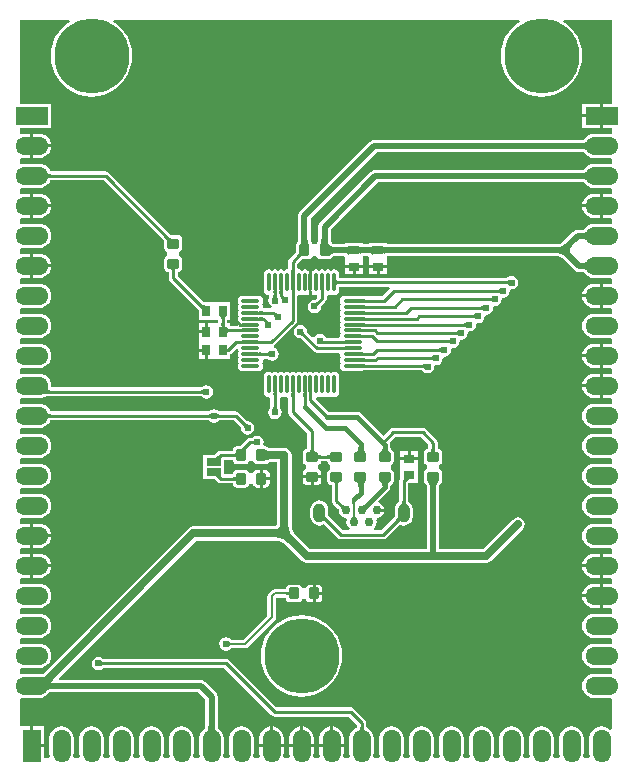
<source format=gtl>
G04*
G04 #@! TF.GenerationSoftware,Altium Limited,Altium Designer,21.6.4 (81)*
G04*
G04 Layer_Physical_Order=1*
G04 Layer_Color=255*
%FSLAX25Y25*%
%MOIN*%
G70*
G04*
G04 #@! TF.SameCoordinates,15FEF366-9F57-466A-8581-DEE9C99B8A09*
G04*
G04*
G04 #@! TF.FilePolarity,Positive*
G04*
G01*
G75*
%ADD13C,0.00800*%
%ADD16C,0.01000*%
G04:AMPARAMS|DCode=21|XSize=39.37mil|YSize=35.43mil|CornerRadius=4.43mil|HoleSize=0mil|Usage=FLASHONLY|Rotation=270.000|XOffset=0mil|YOffset=0mil|HoleType=Round|Shape=RoundedRectangle|*
%AMROUNDEDRECTD21*
21,1,0.03937,0.02657,0,0,270.0*
21,1,0.03051,0.03543,0,0,270.0*
1,1,0.00886,-0.01329,-0.01526*
1,1,0.00886,-0.01329,0.01526*
1,1,0.00886,0.01329,0.01526*
1,1,0.00886,0.01329,-0.01526*
%
%ADD21ROUNDEDRECTD21*%
G04:AMPARAMS|DCode=22|XSize=39.37mil|YSize=35.43mil|CornerRadius=4.43mil|HoleSize=0mil|Usage=FLASHONLY|Rotation=180.000|XOffset=0mil|YOffset=0mil|HoleType=Round|Shape=RoundedRectangle|*
%AMROUNDEDRECTD22*
21,1,0.03937,0.02657,0,0,180.0*
21,1,0.03051,0.03543,0,0,180.0*
1,1,0.00886,-0.01526,0.01329*
1,1,0.00886,0.01526,0.01329*
1,1,0.00886,0.01526,-0.01329*
1,1,0.00886,-0.01526,-0.01329*
%
%ADD22ROUNDEDRECTD22*%
%ADD23R,0.03740X0.02953*%
%ADD24R,0.05000X0.02500*%
%ADD25R,0.02953X0.03740*%
%ADD41O,0.06496X0.01378*%
%ADD42O,0.01378X0.06496*%
%ADD43C,0.02000*%
%ADD44C,0.01600*%
%ADD45C,0.02600*%
%ADD46C,0.25000*%
%ADD47O,0.11000X0.06000*%
%ADD48R,0.11000X0.06000*%
%ADD49O,0.06000X0.11000*%
%ADD50R,0.06000X0.11000*%
%ADD51C,0.02953*%
G04:AMPARAMS|DCode=52|XSize=39.37mil|YSize=62.99mil|CornerRadius=19.68mil|HoleSize=0mil|Usage=FLASHONLY|Rotation=0.000|XOffset=0mil|YOffset=0mil|HoleType=Round|Shape=RoundedRectangle|*
%AMROUNDEDRECTD52*
21,1,0.03937,0.02362,0,0,0.0*
21,1,0.00000,0.06299,0,0,0.0*
1,1,0.03937,0.00000,-0.01181*
1,1,0.03937,0.00000,-0.01181*
1,1,0.03937,0.00000,0.01181*
1,1,0.03937,0.00000,0.01181*
%
%ADD52ROUNDEDRECTD52*%
%ADD53C,0.02400*%
G36*
X201466Y222000D02*
X198500D01*
Y218000D01*
Y214000D01*
X201466D01*
Y212362D01*
X201014Y211967D01*
X200500Y212035D01*
X195500D01*
X194456Y211897D01*
X193483Y211494D01*
X192647Y210853D01*
X192110Y210153D01*
X192093Y210147D01*
X191858Y210099D01*
X191229Y210039D01*
X122200D01*
X121420Y209884D01*
X120758Y209442D01*
X97512Y186196D01*
X97070Y185534D01*
X96914Y184754D01*
Y176759D01*
X96911Y176671D01*
X96887Y176463D01*
X96854Y176279D01*
X96817Y176134D01*
X96779Y176027D01*
X96747Y175960D01*
X96728Y175930D01*
X96727Y175929D01*
X96673Y175885D01*
X96666Y175876D01*
X96584Y175822D01*
X96439Y175604D01*
X96419Y175580D01*
X96415Y175568D01*
X96266Y175345D01*
X96154Y174782D01*
Y172655D01*
X95955Y172420D01*
X93966Y170431D01*
X93634Y169935D01*
X93518Y169350D01*
Y167169D01*
X93079Y166809D01*
X92420Y166678D01*
X92094Y166460D01*
X91769Y166678D01*
X91110Y166809D01*
X90451Y166678D01*
X90126Y166460D01*
X89801Y166678D01*
X89142Y166809D01*
X88483Y166678D01*
X88157Y166460D01*
X87832Y166678D01*
X87173Y166809D01*
X86514Y166678D01*
X85956Y166304D01*
X85582Y165746D01*
X85451Y165087D01*
Y159968D01*
X85582Y159309D01*
X85956Y158751D01*
X86514Y158378D01*
X86993Y158282D01*
X87261Y157836D01*
X87299Y157660D01*
X87069Y157317D01*
X86899Y156458D01*
X87069Y155600D01*
X87556Y154872D01*
X88084Y154519D01*
X87902Y153919D01*
X85614D01*
X85254Y154358D01*
X85123Y155017D01*
X84905Y155342D01*
X85123Y155668D01*
X85254Y156327D01*
X85123Y156986D01*
X84749Y157545D01*
X84190Y157918D01*
X83531Y158049D01*
X78413D01*
X77754Y157918D01*
X77196Y157545D01*
X76822Y156986D01*
X76691Y156327D01*
X76822Y155668D01*
X77040Y155342D01*
X76822Y155017D01*
X76691Y154358D01*
X76822Y153699D01*
X77040Y153374D01*
X76822Y153049D01*
X76691Y152390D01*
X76822Y151731D01*
X77040Y151406D01*
X76822Y151080D01*
X76691Y150421D01*
X76822Y149762D01*
X77040Y149437D01*
X76822Y149112D01*
X76691Y148453D01*
X76331Y148014D01*
X74232D01*
Y148870D01*
X73285D01*
Y150130D01*
X74232D01*
Y155870D01*
X69279D01*
Y155870D01*
X68721D01*
Y155870D01*
X65924D01*
X65924Y155870D01*
X65922Y155870D01*
X65714D01*
X65693Y155872D01*
X65687Y155870D01*
X65569D01*
X65349Y156058D01*
X56729Y164678D01*
Y165954D01*
X57289Y166066D01*
X57766Y166384D01*
X58085Y166862D01*
X58197Y167425D01*
Y170082D01*
X58085Y170645D01*
X57766Y171123D01*
X57289Y171441D01*
X57169Y171465D01*
Y172735D01*
X57289Y172758D01*
X57766Y173077D01*
X58085Y173555D01*
X58197Y174118D01*
Y176775D01*
X58085Y177338D01*
X57766Y177815D01*
X57289Y178134D01*
X56726Y178246D01*
X54600D01*
X54364Y178445D01*
X33728Y199081D01*
X33232Y199413D01*
X32647Y199529D01*
X14211D01*
X14196Y199531D01*
X13994Y200017D01*
X13353Y200853D01*
X12517Y201494D01*
X11544Y201897D01*
X10500Y202034D01*
X5500D01*
X4634Y201921D01*
X4034Y202294D01*
Y203706D01*
X4634Y204079D01*
X5500Y203965D01*
X7500D01*
Y208000D01*
Y212035D01*
X5500D01*
X4634Y211921D01*
X4034Y212294D01*
Y214000D01*
X14500D01*
Y222000D01*
X4034D01*
Y249966D01*
X20583D01*
X20746Y249388D01*
X20040Y248955D01*
X18425Y247575D01*
X17044Y245960D01*
X15934Y244148D01*
X15121Y242185D01*
X14625Y240118D01*
X14458Y238000D01*
X14625Y235882D01*
X15121Y233815D01*
X15934Y231852D01*
X17044Y230040D01*
X18425Y228425D01*
X20040Y227045D01*
X21852Y225934D01*
X23815Y225121D01*
X25882Y224625D01*
X28000Y224458D01*
X30118Y224625D01*
X32185Y225121D01*
X34148Y225934D01*
X35960Y227045D01*
X37576Y228425D01*
X38956Y230040D01*
X40066Y231852D01*
X40879Y233815D01*
X41375Y235882D01*
X41542Y238000D01*
X41375Y240118D01*
X40879Y242185D01*
X40066Y244148D01*
X38956Y245960D01*
X37576Y247575D01*
X35960Y248955D01*
X35254Y249388D01*
X35417Y249966D01*
X170583D01*
X170746Y249388D01*
X170040Y248955D01*
X168424Y247575D01*
X167044Y245960D01*
X165934Y244148D01*
X165121Y242185D01*
X164625Y240118D01*
X164458Y238000D01*
X164625Y235882D01*
X165121Y233815D01*
X165934Y231852D01*
X167044Y230040D01*
X168424Y228425D01*
X170040Y227045D01*
X171852Y225934D01*
X173815Y225121D01*
X175882Y224625D01*
X178000Y224458D01*
X180118Y224625D01*
X182185Y225121D01*
X184148Y225934D01*
X185960Y227045D01*
X187575Y228425D01*
X188955Y230040D01*
X190066Y231852D01*
X190879Y233815D01*
X191375Y235882D01*
X191542Y238000D01*
X191375Y240118D01*
X190879Y242185D01*
X190066Y244148D01*
X188955Y245960D01*
X187575Y247575D01*
X185960Y248955D01*
X185254Y249388D01*
X185417Y249966D01*
X201466D01*
Y222000D01*
D02*
G37*
G36*
X193285Y206008D02*
X193259Y206196D01*
X193181Y206365D01*
X193051Y206514D01*
X192868Y206643D01*
X192634Y206752D01*
X192348Y206841D01*
X192009Y206911D01*
X191619Y206960D01*
X191176Y206990D01*
X190681Y207000D01*
Y209000D01*
X191176Y209010D01*
X192009Y209089D01*
X192348Y209159D01*
X192634Y209248D01*
X192868Y209357D01*
X193051Y209486D01*
X193181Y209635D01*
X193259Y209804D01*
X193285Y209992D01*
Y206008D01*
D02*
G37*
G36*
X191520Y205945D02*
X191842Y205904D01*
X192093Y205853D01*
X192110Y205847D01*
X192647Y205147D01*
X193483Y204506D01*
X194456Y204103D01*
X195500Y203965D01*
X200500D01*
X201014Y204033D01*
X201466Y203638D01*
Y202362D01*
X201014Y201967D01*
X200500Y202034D01*
X195500D01*
X194456Y201897D01*
X193483Y201494D01*
X192647Y200853D01*
X192110Y200153D01*
X192093Y200147D01*
X191858Y200099D01*
X191229Y200039D01*
X122600D01*
X121820Y199884D01*
X121158Y199442D01*
X104204Y182488D01*
X103762Y181827D01*
X103607Y181046D01*
Y176759D01*
X103604Y176671D01*
X103580Y176463D01*
X103547Y176279D01*
X103510Y176134D01*
X103472Y176027D01*
X103440Y175960D01*
X103421Y175930D01*
X103420Y175929D01*
X103366Y175885D01*
X103358Y175876D01*
X103277Y175822D01*
X103132Y175604D01*
X103112Y175580D01*
X103108Y175568D01*
X102959Y175345D01*
X102935Y175224D01*
X101665D01*
X101641Y175345D01*
X101492Y175568D01*
X101488Y175580D01*
X101468Y175604D01*
X101323Y175822D01*
X101242Y175876D01*
X101234Y175885D01*
X101180Y175929D01*
X101179Y175930D01*
X101160Y175960D01*
X101128Y176027D01*
X101090Y176134D01*
X101053Y176279D01*
X101023Y176449D01*
X100993Y176789D01*
Y183909D01*
X123045Y205961D01*
X191285D01*
X191520Y205945D01*
D02*
G37*
G36*
X13319Y198902D02*
X13353Y198818D01*
X13411Y198743D01*
X13491Y198679D01*
X13594Y198624D01*
X13720Y198579D01*
X13869Y198545D01*
X14041Y198520D01*
X14236Y198505D01*
X14453Y198500D01*
Y197500D01*
X14236Y197495D01*
X14041Y197480D01*
X13869Y197455D01*
X13720Y197421D01*
X13594Y197376D01*
X13491Y197321D01*
X13411Y197257D01*
X13353Y197182D01*
X13319Y197098D01*
X13308Y197003D01*
Y198996D01*
X13319Y198902D01*
D02*
G37*
G36*
X193285Y196008D02*
X193259Y196196D01*
X193181Y196365D01*
X193051Y196514D01*
X192868Y196643D01*
X192634Y196752D01*
X192348Y196841D01*
X192009Y196911D01*
X191619Y196960D01*
X191176Y196990D01*
X190681Y197000D01*
Y199000D01*
X191176Y199010D01*
X192009Y199089D01*
X192348Y199159D01*
X192634Y199248D01*
X192868Y199357D01*
X193051Y199486D01*
X193181Y199635D01*
X193259Y199804D01*
X193285Y199992D01*
Y196008D01*
D02*
G37*
G36*
X51987Y176497D02*
X52144Y176329D01*
X52203Y176255D01*
Y174118D01*
X52315Y173555D01*
X52634Y173077D01*
X53111Y172758D01*
X53232Y172735D01*
Y171465D01*
X53111Y171441D01*
X52634Y171123D01*
X52315Y170645D01*
X52203Y170082D01*
Y167425D01*
X52315Y166862D01*
X52634Y166384D01*
X53111Y166066D01*
X53671Y165954D01*
Y164044D01*
X53787Y163459D01*
X54119Y162963D01*
X63559Y153522D01*
X63625Y153447D01*
X63718Y153329D01*
X63768Y153257D01*
Y153174D01*
X63768Y153173D01*
X63768Y153172D01*
Y153083D01*
X63760Y153044D01*
X63768Y153007D01*
Y150130D01*
X68721D01*
Y150130D01*
X69279D01*
Y150130D01*
X70227D01*
Y148870D01*
X69320D01*
X69279Y148870D01*
X68721D01*
X68679Y148870D01*
X66744D01*
Y146000D01*
X66244D01*
Y145500D01*
X63768D01*
Y143270D01*
X63768Y143130D01*
Y142670D01*
X63768Y142530D01*
Y140300D01*
X66244D01*
Y139800D01*
X66744D01*
Y136930D01*
X68679D01*
X68721Y136930D01*
X69279D01*
X69320Y136930D01*
X74232D01*
Y138552D01*
X74481Y138719D01*
X76123Y140360D01*
X76774Y140163D01*
X76822Y139920D01*
X77040Y139594D01*
X76822Y139269D01*
X76691Y138610D01*
X76822Y137951D01*
X77040Y137626D01*
X76822Y137301D01*
X76691Y136642D01*
X76822Y135983D01*
X77040Y135658D01*
X76822Y135332D01*
X76691Y134673D01*
X76822Y134014D01*
X77196Y133456D01*
X77754Y133082D01*
X78413Y132951D01*
X83531D01*
X84190Y133082D01*
X84749Y133456D01*
X85123Y134014D01*
X85254Y134673D01*
X85123Y135332D01*
X84905Y135658D01*
X85123Y135983D01*
X85254Y136642D01*
X85614Y137081D01*
X86517D01*
X86537Y137078D01*
X86567Y137071D01*
X86578Y137067D01*
X86614Y137014D01*
X87342Y136528D01*
X88200Y136357D01*
X89058Y136528D01*
X89786Y137014D01*
X90272Y137742D01*
X90443Y138600D01*
X90272Y139458D01*
X89786Y140186D01*
X89058Y140672D01*
X88876Y140709D01*
X88749Y141346D01*
X88929Y141466D01*
X96129Y148666D01*
X96460Y149162D01*
X96577Y149747D01*
Y157886D01*
X97016Y158246D01*
X97675Y158378D01*
X98000Y158595D01*
X98325Y158378D01*
X98984Y158246D01*
X99643Y158378D01*
X99968Y158595D01*
X100294Y158378D01*
X100453Y158346D01*
Y159126D01*
X100575Y159309D01*
X100707Y159968D01*
Y162528D01*
Y165087D01*
X100654Y165351D01*
X100315D01*
X100341Y165400D01*
X100365Y165465D01*
X100385Y165546D01*
X100403Y165643D01*
X100431Y165884D01*
X100447Y166189D01*
X100453Y166557D01*
Y166709D01*
X100294Y166678D01*
X99968Y166460D01*
X99643Y166678D01*
X98984Y166809D01*
X98325Y166678D01*
X98000Y166460D01*
X97675Y166678D01*
X97016Y166809D01*
X96577Y167169D01*
Y168716D01*
X97903Y170043D01*
X98071Y170200D01*
X98145Y170259D01*
X100282D01*
X100845Y170371D01*
X101323Y170690D01*
X101641Y171167D01*
X101665Y171287D01*
X102935D01*
X102959Y171167D01*
X103277Y170690D01*
X103755Y170371D01*
X104318Y170259D01*
X106975D01*
X107538Y170371D01*
X107776Y170530D01*
X107796Y170537D01*
X107827Y170564D01*
X108016Y170690D01*
X108079Y170785D01*
X108095Y170799D01*
X108176Y170905D01*
X108225Y170954D01*
X108287Y171002D01*
X108368Y171050D01*
X108472Y171097D01*
X108603Y171142D01*
X108763Y171180D01*
X108952Y171210D01*
X109029Y171217D01*
X112041D01*
X112506Y170904D01*
X112630Y170780D01*
Y170220D01*
X112630Y170179D01*
Y168244D01*
X118370D01*
Y170179D01*
X118370Y170220D01*
Y170780D01*
X118370Y170820D01*
Y171182D01*
X118824Y171217D01*
X120041D01*
X120506Y170904D01*
X120630Y170780D01*
Y170220D01*
X120630Y170179D01*
Y168244D01*
X126370D01*
Y170179D01*
X126370Y170220D01*
Y170780D01*
X126370Y170820D01*
Y171182D01*
X126824Y171217D01*
X183273D01*
X183510Y171190D01*
X183802Y171135D01*
X184081Y171058D01*
X184349Y170960D01*
X184608Y170839D01*
X184860Y170697D01*
X185105Y170530D01*
X185292Y170380D01*
X189114Y166558D01*
X189776Y166116D01*
X190556Y165961D01*
X191293D01*
X191507Y165947D01*
X191824Y165908D01*
X192072Y165860D01*
X192109Y165849D01*
X192647Y165147D01*
X193483Y164506D01*
X194456Y164103D01*
X195500Y163965D01*
X200500D01*
X201014Y164033D01*
X201466Y163638D01*
Y162362D01*
X201014Y161967D01*
X200500Y162034D01*
X198500D01*
Y158000D01*
Y153965D01*
X200500D01*
X201014Y154033D01*
X201466Y153638D01*
Y152362D01*
X201014Y151967D01*
X200500Y152034D01*
X195500D01*
X194456Y151897D01*
X193483Y151494D01*
X192647Y150853D01*
X192006Y150017D01*
X191603Y149044D01*
X191465Y148000D01*
X191603Y146956D01*
X192006Y145983D01*
X192647Y145147D01*
X193483Y144506D01*
X194456Y144103D01*
X195500Y143965D01*
X200500D01*
X201014Y144033D01*
X201466Y143638D01*
Y142362D01*
X201014Y141967D01*
X200500Y142034D01*
X198500D01*
Y138000D01*
Y133966D01*
X200500D01*
X201014Y134033D01*
X201466Y133638D01*
Y132362D01*
X201014Y131967D01*
X200500Y132035D01*
X198500D01*
Y128000D01*
Y123966D01*
X200500D01*
X201014Y124033D01*
X201466Y123638D01*
Y122362D01*
X201014Y121967D01*
X200500Y122035D01*
X195500D01*
X194456Y121897D01*
X193483Y121494D01*
X192647Y120853D01*
X192006Y120017D01*
X191603Y119044D01*
X191465Y118000D01*
X191603Y116956D01*
X192006Y115983D01*
X192647Y115147D01*
X193483Y114506D01*
X194456Y114103D01*
X195500Y113965D01*
X200500D01*
X201014Y114033D01*
X201466Y113638D01*
Y112362D01*
X201014Y111967D01*
X200500Y112034D01*
X195500D01*
X194456Y111897D01*
X193483Y111494D01*
X192647Y110853D01*
X192006Y110017D01*
X191603Y109044D01*
X191465Y108000D01*
X191603Y106956D01*
X192006Y105983D01*
X192647Y105147D01*
X193483Y104506D01*
X194456Y104103D01*
X195500Y103965D01*
X200500D01*
X201014Y104033D01*
X201466Y103638D01*
Y102362D01*
X201014Y101967D01*
X200500Y102034D01*
X195500D01*
X194456Y101897D01*
X193483Y101494D01*
X192647Y100853D01*
X192006Y100017D01*
X191603Y99044D01*
X191465Y98000D01*
X191603Y96956D01*
X192006Y95983D01*
X192647Y95147D01*
X193483Y94506D01*
X194456Y94103D01*
X195500Y93966D01*
X200500D01*
X201014Y94033D01*
X201466Y93638D01*
Y92362D01*
X201014Y91967D01*
X200500Y92035D01*
X195500D01*
X194456Y91897D01*
X193483Y91494D01*
X192647Y90853D01*
X192006Y90017D01*
X191603Y89044D01*
X191465Y88000D01*
X191603Y86956D01*
X192006Y85983D01*
X192647Y85147D01*
X193483Y84506D01*
X194456Y84103D01*
X195500Y83965D01*
X200500D01*
X201014Y84033D01*
X201466Y83638D01*
Y82362D01*
X201014Y81967D01*
X200500Y82034D01*
X195500D01*
X194456Y81897D01*
X193483Y81494D01*
X192647Y80853D01*
X192006Y80017D01*
X191603Y79044D01*
X191465Y78000D01*
X191603Y76956D01*
X192006Y75983D01*
X192647Y75147D01*
X193483Y74506D01*
X194456Y74103D01*
X195500Y73966D01*
X200500D01*
X201014Y74033D01*
X201466Y73638D01*
Y72362D01*
X201014Y71967D01*
X200500Y72035D01*
X198500D01*
Y68000D01*
Y63965D01*
X200500D01*
X201014Y64033D01*
X201466Y63638D01*
Y62362D01*
X201014Y61967D01*
X200500Y62034D01*
X198500D01*
Y58000D01*
Y53966D01*
X200500D01*
X201014Y54033D01*
X201466Y53638D01*
Y52362D01*
X201014Y51967D01*
X200500Y52034D01*
X195500D01*
X194456Y51897D01*
X193483Y51494D01*
X192647Y50853D01*
X192006Y50017D01*
X191603Y49044D01*
X191465Y48000D01*
X191603Y46956D01*
X192006Y45983D01*
X192647Y45147D01*
X193483Y44506D01*
X194456Y44103D01*
X195500Y43966D01*
X200500D01*
X201014Y44033D01*
X201466Y43638D01*
Y42362D01*
X201014Y41967D01*
X200500Y42035D01*
X195500D01*
X194456Y41897D01*
X193483Y41494D01*
X192647Y40853D01*
X192006Y40017D01*
X191603Y39044D01*
X191465Y38000D01*
X191603Y36956D01*
X192006Y35983D01*
X192647Y35147D01*
X193483Y34506D01*
X194456Y34103D01*
X195500Y33966D01*
X200500D01*
X201014Y34033D01*
X201466Y33638D01*
Y32362D01*
X201014Y31967D01*
X200500Y32035D01*
X195500D01*
X194456Y31897D01*
X193483Y31494D01*
X192647Y30853D01*
X192006Y30017D01*
X191603Y29044D01*
X191465Y28000D01*
X191603Y26956D01*
X192006Y25983D01*
X192647Y25147D01*
X193483Y24506D01*
X194456Y24103D01*
X195500Y23966D01*
X200500D01*
X201014Y24033D01*
X201466Y23638D01*
Y13488D01*
X200897Y13295D01*
X200853Y13353D01*
X200017Y13994D01*
X199044Y14397D01*
X198000Y14535D01*
X196956Y14397D01*
X195983Y13994D01*
X195147Y13353D01*
X194506Y12517D01*
X194103Y11544D01*
X193965Y10500D01*
Y5500D01*
X194079Y4634D01*
X193706Y4034D01*
X192294D01*
X191921Y4634D01*
X192034Y5500D01*
Y10500D01*
X191897Y11544D01*
X191494Y12517D01*
X190853Y13353D01*
X190017Y13994D01*
X189044Y14397D01*
X188000Y14535D01*
X186956Y14397D01*
X185983Y13994D01*
X185147Y13353D01*
X184506Y12517D01*
X184103Y11544D01*
X183966Y10500D01*
Y5500D01*
X184079Y4634D01*
X183706Y4034D01*
X182294D01*
X181921Y4634D01*
X182035Y5500D01*
Y10500D01*
X181897Y11544D01*
X181494Y12517D01*
X180853Y13353D01*
X180017Y13994D01*
X179044Y14397D01*
X178000Y14535D01*
X176956Y14397D01*
X175983Y13994D01*
X175147Y13353D01*
X174506Y12517D01*
X174103Y11544D01*
X173966Y10500D01*
Y5500D01*
X174079Y4634D01*
X173706Y4034D01*
X172294D01*
X171921Y4634D01*
X172035Y5500D01*
Y10500D01*
X171897Y11544D01*
X171494Y12517D01*
X170853Y13353D01*
X170017Y13994D01*
X169044Y14397D01*
X168000Y14535D01*
X166956Y14397D01*
X165983Y13994D01*
X165147Y13353D01*
X164506Y12517D01*
X164103Y11544D01*
X163965Y10500D01*
Y5500D01*
X164079Y4634D01*
X163706Y4034D01*
X162294D01*
X161921Y4634D01*
X162034Y5500D01*
Y10500D01*
X161897Y11544D01*
X161494Y12517D01*
X160853Y13353D01*
X160017Y13994D01*
X159044Y14397D01*
X158000Y14535D01*
X156956Y14397D01*
X155983Y13994D01*
X155147Y13353D01*
X154506Y12517D01*
X154103Y11544D01*
X153965Y10500D01*
Y5500D01*
X154079Y4634D01*
X153706Y4034D01*
X152294D01*
X151921Y4634D01*
X152034Y5500D01*
Y10500D01*
X151897Y11544D01*
X151494Y12517D01*
X150853Y13353D01*
X150017Y13994D01*
X149044Y14397D01*
X148000Y14535D01*
X146956Y14397D01*
X145983Y13994D01*
X145147Y13353D01*
X144506Y12517D01*
X144103Y11544D01*
X143965Y10500D01*
Y5500D01*
X144079Y4634D01*
X143706Y4034D01*
X142294D01*
X141921Y4634D01*
X142034Y5500D01*
Y10500D01*
X141897Y11544D01*
X141494Y12517D01*
X140853Y13353D01*
X140017Y13994D01*
X139044Y14397D01*
X138000Y14535D01*
X136956Y14397D01*
X135983Y13994D01*
X135147Y13353D01*
X134506Y12517D01*
X134103Y11544D01*
X133966Y10500D01*
Y5500D01*
X134079Y4634D01*
X133706Y4034D01*
X132294D01*
X131921Y4634D01*
X132035Y5500D01*
Y10500D01*
X131897Y11544D01*
X131494Y12517D01*
X130853Y13353D01*
X130017Y13994D01*
X129044Y14397D01*
X128000Y14535D01*
X126956Y14397D01*
X125983Y13994D01*
X125147Y13353D01*
X124506Y12517D01*
X124103Y11544D01*
X123966Y10500D01*
Y5500D01*
X124079Y4634D01*
X123706Y4034D01*
X122294D01*
X121921Y4634D01*
X122035Y5500D01*
Y10500D01*
X121897Y11544D01*
X121494Y12517D01*
X120853Y13353D01*
X120017Y13994D01*
X119531Y14196D01*
X119529Y14211D01*
Y15700D01*
X119413Y16285D01*
X119081Y16781D01*
X115481Y20381D01*
X114985Y20713D01*
X114400Y20829D01*
X89634D01*
X73881Y36581D01*
X73385Y36913D01*
X72800Y37029D01*
X31977D01*
X31956Y37033D01*
X31926Y37040D01*
X31915Y37043D01*
X31886Y37086D01*
X31158Y37572D01*
X30300Y37743D01*
X29442Y37572D01*
X28714Y37086D01*
X28228Y36358D01*
X28057Y35500D01*
X28228Y34642D01*
X28714Y33914D01*
X29442Y33428D01*
X30300Y33257D01*
X31158Y33428D01*
X31886Y33914D01*
X31915Y33957D01*
X31926Y33961D01*
X31956Y33967D01*
X31977Y33971D01*
X72167D01*
X87919Y18219D01*
X88415Y17887D01*
X89000Y17771D01*
X113767D01*
X116471Y15067D01*
Y14211D01*
X116469Y14196D01*
X115983Y13994D01*
X115147Y13353D01*
X114506Y12517D01*
X114103Y11544D01*
X113965Y10500D01*
Y5500D01*
X114079Y4634D01*
X113706Y4034D01*
X112294D01*
X111921Y4634D01*
X112034Y5500D01*
Y7500D01*
X108000D01*
X103965D01*
Y5500D01*
X104079Y4634D01*
X103706Y4034D01*
X102294D01*
X101921Y4634D01*
X102034Y5500D01*
Y7500D01*
X98000D01*
X93966D01*
Y5500D01*
X94079Y4634D01*
X93706Y4034D01*
X92294D01*
X91921Y4634D01*
X92035Y5500D01*
Y7500D01*
X88000D01*
X83965D01*
Y5500D01*
X84079Y4634D01*
X83706Y4034D01*
X82294D01*
X81921Y4634D01*
X82034Y5500D01*
Y10500D01*
X81897Y11544D01*
X81494Y12517D01*
X80853Y13353D01*
X80017Y13994D01*
X79044Y14397D01*
X78000Y14535D01*
X76956Y14397D01*
X75983Y13994D01*
X75147Y13353D01*
X74506Y12517D01*
X74103Y11544D01*
X73966Y10500D01*
Y5500D01*
X74079Y4634D01*
X73706Y4034D01*
X72294D01*
X71921Y4634D01*
X72035Y5500D01*
Y10500D01*
X71897Y11544D01*
X71494Y12517D01*
X70853Y13353D01*
X70153Y13890D01*
X70147Y13907D01*
X70099Y14142D01*
X70039Y14771D01*
Y24400D01*
X69884Y25180D01*
X69442Y25842D01*
X65842Y29442D01*
X65180Y29884D01*
X64400Y30039D01*
X17240D01*
X17010Y30593D01*
X62871Y76455D01*
X89681D01*
X90019Y76417D01*
X90422Y76341D01*
X90808Y76234D01*
X91181Y76098D01*
X91540Y75931D01*
X91889Y75733D01*
X92228Y75503D01*
X92493Y75290D01*
X98142Y69642D01*
X98903Y69134D01*
X99800Y68955D01*
X159600D01*
X160497Y69134D01*
X161258Y69642D01*
X171758Y80142D01*
X172267Y80903D01*
X172445Y81800D01*
X172267Y82697D01*
X171758Y83458D01*
X170997Y83966D01*
X170100Y84145D01*
X169203Y83966D01*
X168442Y83458D01*
X158629Y73645D01*
X143839D01*
Y94271D01*
X143846Y94348D01*
X143876Y94537D01*
X143914Y94697D01*
X143959Y94828D01*
X144006Y94932D01*
X144054Y95013D01*
X144102Y95075D01*
X144151Y95124D01*
X144257Y95205D01*
X144271Y95221D01*
X144366Y95284D01*
X144492Y95473D01*
X144519Y95504D01*
X144526Y95524D01*
X144685Y95762D01*
X144797Y96325D01*
Y98982D01*
X144685Y99545D01*
X144366Y100023D01*
X143889Y100341D01*
X143769Y100365D01*
Y101635D01*
X143889Y101658D01*
X144366Y101977D01*
X144685Y102455D01*
X144797Y103018D01*
Y105675D01*
X144685Y106238D01*
X144366Y106716D01*
X143889Y107034D01*
X143329Y107146D01*
Y109100D01*
X143213Y109685D01*
X142881Y110181D01*
X139481Y113581D01*
X138985Y113913D01*
X138400Y114029D01*
X128500D01*
X127915Y113913D01*
X127419Y113581D01*
X125216Y111379D01*
X117698Y118898D01*
X117102Y119296D01*
X116400Y119435D01*
X106982D01*
X106268Y120095D01*
X102749Y123614D01*
X102845Y123936D01*
X103004Y124208D01*
X103580Y124322D01*
X103905Y124540D01*
X104231Y124322D01*
X104890Y124191D01*
X105549Y124322D01*
X105874Y124540D01*
X106199Y124322D01*
X106858Y124191D01*
X107517Y124322D01*
X107843Y124540D01*
X108168Y124322D01*
X108827Y124191D01*
X109486Y124322D01*
X110045Y124696D01*
X110418Y125254D01*
X110549Y125913D01*
Y131032D01*
X110418Y131691D01*
X110045Y132249D01*
X109486Y132623D01*
X108827Y132754D01*
X108168Y132623D01*
X107843Y132405D01*
X107517Y132623D01*
X106858Y132754D01*
X106199Y132623D01*
X105874Y132405D01*
X105549Y132623D01*
X104890Y132754D01*
X104231Y132623D01*
X103905Y132405D01*
X103580Y132623D01*
X102921Y132754D01*
X102262Y132623D01*
X101937Y132405D01*
X101612Y132623D01*
X100953Y132754D01*
X100294Y132623D01*
X99968Y132405D01*
X99643Y132623D01*
X98984Y132754D01*
X98325Y132623D01*
X98000Y132405D01*
X97675Y132623D01*
X97016Y132754D01*
X96357Y132623D01*
X96031Y132405D01*
X95706Y132623D01*
X95047Y132754D01*
X94388Y132623D01*
X94063Y132405D01*
X93738Y132623D01*
X93079Y132754D01*
X92420Y132623D01*
X92094Y132405D01*
X91769Y132623D01*
X91110Y132754D01*
X90451Y132623D01*
X90126Y132405D01*
X89801Y132623D01*
X89142Y132754D01*
X88483Y132623D01*
X88157Y132405D01*
X87832Y132623D01*
X87173Y132754D01*
X86514Y132623D01*
X85956Y132249D01*
X85582Y131691D01*
X85451Y131032D01*
Y125913D01*
X85582Y125254D01*
X85956Y124696D01*
X86514Y124322D01*
X87173Y124191D01*
X87612Y123831D01*
Y120900D01*
X87609Y120882D01*
X87603Y120855D01*
X87599Y120843D01*
X87514Y120786D01*
X87028Y120058D01*
X86857Y119200D01*
X87028Y118342D01*
X87514Y117614D01*
X88242Y117128D01*
X89100Y116957D01*
X89958Y117128D01*
X90686Y117614D01*
X91172Y118342D01*
X91343Y119200D01*
X91172Y120058D01*
X90686Y120786D01*
X90684Y120788D01*
X90682Y120794D01*
X90675Y120828D01*
X90671Y120852D01*
Y123831D01*
X91110Y124191D01*
X91769Y124322D01*
X92094Y124540D01*
X92420Y124322D01*
X93079Y124191D01*
X93518Y123831D01*
Y119453D01*
X93634Y118868D01*
X93966Y118371D01*
X99971Y112366D01*
Y107146D01*
X99411Y107034D01*
X98934Y106716D01*
X98615Y106238D01*
X98503Y105675D01*
Y103018D01*
X98615Y102455D01*
X98934Y101977D01*
X99411Y101658D01*
X99532Y101635D01*
Y100365D01*
X99411Y100341D01*
X98934Y100023D01*
X98615Y99545D01*
X98503Y98982D01*
Y98154D01*
X104497D01*
Y98982D01*
X104385Y99545D01*
X104066Y100023D01*
X103589Y100341D01*
X103469Y100365D01*
Y101635D01*
X103589Y101658D01*
X104066Y101977D01*
X104385Y102455D01*
X104457Y102817D01*
X106603D01*
X106675Y102455D01*
X106994Y101977D01*
X107471Y101658D01*
X107591Y101635D01*
Y100365D01*
X107471Y100341D01*
X106994Y100023D01*
X106675Y99545D01*
X106563Y98982D01*
Y96325D01*
X106675Y95762D01*
X106994Y95284D01*
X107471Y94966D01*
X108034Y94854D01*
X108071D01*
Y89781D01*
X108187Y89196D01*
X108519Y88700D01*
X110272Y86948D01*
X110296Y86910D01*
X110319Y86869D01*
X110338Y86826D01*
X110354Y86779D01*
X110367Y86727D01*
X110377Y86668D01*
X110381Y86623D01*
X110357Y86500D01*
X110549Y85534D01*
X111097Y84715D01*
X111916Y84167D01*
X112708Y84010D01*
X112988Y83673D01*
X113083Y83403D01*
X112916Y82563D01*
X113108Y81597D01*
X113656Y80778D01*
X114027Y80529D01*
X113845Y79929D01*
X111793D01*
X107127Y84595D01*
X107071Y84659D01*
X106985Y84768D01*
X106925Y84857D01*
X106919Y84868D01*
Y86815D01*
X106817Y87590D01*
X106518Y88312D01*
X106042Y88932D01*
X105422Y89408D01*
X104700Y89707D01*
X103925Y89809D01*
X103150Y89707D01*
X102428Y89408D01*
X101808Y88932D01*
X101332Y88312D01*
X101033Y87590D01*
X100931Y86815D01*
Y84453D01*
X101033Y83678D01*
X101332Y82956D01*
X101808Y82336D01*
X102428Y81860D01*
X103150Y81561D01*
X103925Y81459D01*
X104700Y81561D01*
X105422Y81860D01*
X105487Y81909D01*
X110078Y77319D01*
X110574Y76987D01*
X111159Y76871D01*
X125200D01*
X125785Y76987D01*
X126281Y77319D01*
X130751Y81788D01*
X131300Y81561D01*
X132075Y81459D01*
X132850Y81561D01*
X133572Y81860D01*
X134192Y82336D01*
X134668Y82956D01*
X134967Y83678D01*
X135069Y84453D01*
Y86815D01*
X134967Y87590D01*
X134668Y88312D01*
X134192Y88932D01*
X133616Y89374D01*
X133604Y89494D01*
Y95680D01*
X133710Y95768D01*
X136708D01*
Y100680D01*
X136708Y100721D01*
Y101279D01*
X136708Y101321D01*
Y103256D01*
X130968D01*
Y101321D01*
X130968Y101279D01*
Y100721D01*
X130968Y100680D01*
Y97363D01*
X130928Y97302D01*
X130900Y97277D01*
X130875Y97223D01*
X130662Y96904D01*
X130545Y96319D01*
Y89459D01*
X130540Y89388D01*
X130539Y89378D01*
X129958Y88932D01*
X129482Y88312D01*
X129183Y87590D01*
X129081Y86815D01*
Y84488D01*
X129063Y84461D01*
X128892Y84254D01*
X124566Y79929D01*
X122155D01*
X121973Y80529D01*
X122344Y80778D01*
X122892Y81597D01*
X123084Y82563D01*
X122917Y83403D01*
X123012Y83673D01*
X123292Y84010D01*
X124084Y84167D01*
X124904Y84715D01*
X125451Y85534D01*
X125544Y86000D01*
X123118D01*
Y87000D01*
X125544D01*
X125451Y87466D01*
X124904Y88285D01*
X124084Y88833D01*
X123744Y88900D01*
X123570Y89474D01*
X127099Y93003D01*
X127497Y93599D01*
X127636Y94301D01*
Y94661D01*
X127645Y94764D01*
X127671Y94924D01*
X127677Y94947D01*
X127769Y94966D01*
X128246Y95284D01*
X128565Y95762D01*
X128677Y96325D01*
Y98982D01*
X128565Y99545D01*
X128246Y100023D01*
X127769Y100341D01*
X127648Y100365D01*
Y101635D01*
X127769Y101658D01*
X128246Y101977D01*
X128565Y102455D01*
X128677Y103018D01*
Y105675D01*
X128565Y106238D01*
X128246Y106716D01*
X127769Y107034D01*
X127679Y107052D01*
X127672Y107080D01*
X127646Y107244D01*
X127636Y107353D01*
Y108199D01*
X127497Y108901D01*
X127323Y109160D01*
X129133Y110971D01*
X137767D01*
X140271Y108466D01*
Y107146D01*
X139711Y107034D01*
X139234Y106716D01*
X138915Y106238D01*
X138803Y105675D01*
Y103018D01*
X138915Y102455D01*
X139234Y101977D01*
X139711Y101658D01*
X139831Y101635D01*
Y100365D01*
X139711Y100341D01*
X139234Y100023D01*
X138915Y99545D01*
X138803Y98982D01*
Y96325D01*
X138915Y95762D01*
X139074Y95524D01*
X139081Y95504D01*
X139108Y95473D01*
X139234Y95284D01*
X139329Y95221D01*
X139343Y95205D01*
X139449Y95124D01*
X139498Y95075D01*
X139546Y95013D01*
X139594Y94932D01*
X139641Y94828D01*
X139686Y94697D01*
X139724Y94537D01*
X139754Y94348D01*
X139761Y94271D01*
Y73645D01*
X100771D01*
X95810Y78607D01*
X95597Y78872D01*
X95367Y79211D01*
X95169Y79559D01*
X95002Y79919D01*
X94866Y80292D01*
X94759Y80678D01*
X94683Y81081D01*
X94645Y81419D01*
Y105000D01*
X94467Y105897D01*
X93958Y106658D01*
X93197Y107167D01*
X92300Y107345D01*
X91797Y107245D01*
X88049D01*
X87469Y107298D01*
X87246Y107335D01*
X87070Y107376D01*
X86958Y107413D01*
X86948Y107417D01*
X86915Y107466D01*
X86438Y107785D01*
X85875Y107897D01*
X85642D01*
X85303Y108497D01*
X85443Y109200D01*
X85272Y110058D01*
X84786Y110786D01*
X84058Y111272D01*
X83200Y111443D01*
X82342Y111272D01*
X81614Y110786D01*
X81585Y110743D01*
X81574Y110740D01*
X81544Y110733D01*
X81523Y110729D01*
X80900D01*
X80315Y110613D01*
X79819Y110281D01*
X77664Y108127D01*
X77613Y108083D01*
X77514Y108007D01*
X77428Y107949D01*
X77357Y107910D01*
X77329Y107897D01*
X76525D01*
X75962Y107785D01*
X75485Y107466D01*
X75166Y106989D01*
X75054Y106429D01*
X70978D01*
X70393Y106313D01*
X69897Y105981D01*
X69055Y105140D01*
X69013Y105104D01*
X68922Y105035D01*
X68839Y104980D01*
X68765Y104939D01*
X68700Y104909D01*
X68644Y104889D01*
X68597Y104877D01*
X68563Y104872D01*
X65200D01*
Y100372D01*
Y97128D01*
X68563D01*
X68597Y97123D01*
X68644Y97111D01*
X68700Y97091D01*
X68765Y97061D01*
X68839Y97020D01*
X68922Y96965D01*
X69013Y96896D01*
X69055Y96860D01*
X69897Y96019D01*
X70393Y95687D01*
X70978Y95571D01*
X75054D01*
X75166Y95011D01*
X75485Y94534D01*
X75962Y94215D01*
X76525Y94103D01*
X79182D01*
X79745Y94215D01*
X80223Y94534D01*
X80541Y95011D01*
X80565Y95131D01*
X81835D01*
X81858Y95011D01*
X82177Y94534D01*
X82655Y94215D01*
X83218Y94103D01*
X84047D01*
Y97100D01*
Y100097D01*
X83218D01*
X82655Y99985D01*
X82177Y99666D01*
X81858Y99189D01*
X81835Y99068D01*
X80565D01*
X80541Y99189D01*
X80223Y99666D01*
X79745Y99985D01*
X79182Y100097D01*
X76525D01*
X75962Y99985D01*
X75485Y99666D01*
X75166Y99189D01*
X75054Y98629D01*
X72200D01*
Y103371D01*
X75054D01*
X75166Y102811D01*
X75485Y102334D01*
X75962Y102015D01*
X76525Y101903D01*
X79182D01*
X79745Y102015D01*
X80223Y102334D01*
X80541Y102811D01*
X80565Y102931D01*
X81835D01*
X81858Y102811D01*
X82177Y102334D01*
X82655Y102015D01*
X83218Y101903D01*
X85875D01*
X86438Y102015D01*
X86915Y102334D01*
X86948Y102383D01*
X86958Y102387D01*
X87070Y102424D01*
X87246Y102465D01*
X87460Y102501D01*
X88217Y102555D01*
X89955D01*
Y82298D01*
X89905Y82015D01*
X89827Y81780D01*
X89733Y81606D01*
X89626Y81475D01*
X89494Y81367D01*
X89320Y81273D01*
X89085Y81195D01*
X88802Y81145D01*
X61900D01*
X61003Y80967D01*
X60242Y80458D01*
X12397Y32613D01*
X12133Y32381D01*
X11763Y32091D01*
X11485Y31905D01*
X10500Y32035D01*
X5500D01*
X4634Y31921D01*
X4034Y32294D01*
Y33706D01*
X4634Y34079D01*
X5500Y33966D01*
X10500D01*
X11544Y34103D01*
X12517Y34506D01*
X13353Y35147D01*
X13994Y35983D01*
X14397Y36956D01*
X14535Y38000D01*
X14397Y39044D01*
X13994Y40017D01*
X13353Y40853D01*
X12517Y41494D01*
X11544Y41897D01*
X10500Y42035D01*
X5500D01*
X4634Y41921D01*
X4034Y42294D01*
Y43706D01*
X4634Y44079D01*
X5500Y43966D01*
X10500D01*
X11544Y44103D01*
X12517Y44506D01*
X13353Y45147D01*
X13994Y45983D01*
X14397Y46956D01*
X14535Y48000D01*
X14397Y49044D01*
X13994Y50017D01*
X13353Y50853D01*
X12517Y51494D01*
X11544Y51897D01*
X10500Y52034D01*
X5500D01*
X4634Y51921D01*
X4034Y52294D01*
Y53706D01*
X4634Y54079D01*
X5500Y53966D01*
X10500D01*
X11544Y54103D01*
X12517Y54506D01*
X13353Y55147D01*
X13994Y55983D01*
X14397Y56956D01*
X14535Y58000D01*
X14397Y59044D01*
X13994Y60017D01*
X13353Y60853D01*
X12517Y61494D01*
X11544Y61897D01*
X10500Y62034D01*
X5500D01*
X4634Y61921D01*
X4034Y62294D01*
Y63706D01*
X4634Y64079D01*
X5500Y63965D01*
X7500D01*
Y68000D01*
Y72035D01*
X5500D01*
X4634Y71921D01*
X4034Y72294D01*
Y73706D01*
X4634Y74079D01*
X5500Y73966D01*
X7500D01*
Y78000D01*
Y82034D01*
X5500D01*
X4634Y81921D01*
X4034Y82294D01*
Y83706D01*
X4634Y84079D01*
X5500Y83965D01*
X10500D01*
X11544Y84103D01*
X12517Y84506D01*
X13353Y85147D01*
X13994Y85983D01*
X14397Y86956D01*
X14535Y88000D01*
X14397Y89044D01*
X13994Y90017D01*
X13353Y90853D01*
X12517Y91494D01*
X11544Y91897D01*
X10500Y92035D01*
X5500D01*
X4634Y91921D01*
X4034Y92294D01*
Y93706D01*
X4634Y94079D01*
X5500Y93966D01*
X10500D01*
X11544Y94103D01*
X12517Y94506D01*
X13353Y95147D01*
X13994Y95983D01*
X14397Y96956D01*
X14535Y98000D01*
X14397Y99044D01*
X13994Y100017D01*
X13353Y100853D01*
X12517Y101494D01*
X11544Y101897D01*
X10500Y102034D01*
X5500D01*
X4634Y101921D01*
X4034Y102294D01*
Y103706D01*
X4634Y104079D01*
X5500Y103965D01*
X10500D01*
X11544Y104103D01*
X12517Y104506D01*
X13353Y105147D01*
X13994Y105983D01*
X14397Y106956D01*
X14535Y108000D01*
X14397Y109044D01*
X13994Y110017D01*
X13353Y110853D01*
X12517Y111494D01*
X11544Y111897D01*
X10500Y112034D01*
X5500D01*
X4634Y111921D01*
X4034Y112294D01*
Y113706D01*
X4634Y114079D01*
X5500Y113965D01*
X10500D01*
X11544Y114103D01*
X12517Y114506D01*
X13353Y115147D01*
X13994Y115983D01*
X14196Y116469D01*
X14211Y116471D01*
X67123D01*
X67144Y116467D01*
X67174Y116461D01*
X67185Y116457D01*
X67214Y116414D01*
X67942Y115928D01*
X68800Y115757D01*
X69658Y115928D01*
X70386Y116414D01*
X70415Y116457D01*
X70426Y116461D01*
X70456Y116467D01*
X70477Y116471D01*
X75366D01*
X77733Y114104D01*
X77745Y114087D01*
X77762Y114061D01*
X77767Y114051D01*
X77757Y114000D01*
X77928Y113142D01*
X78414Y112414D01*
X79142Y111928D01*
X80000Y111757D01*
X80858Y111928D01*
X81586Y112414D01*
X82072Y113142D01*
X82243Y114000D01*
X82072Y114858D01*
X81586Y115586D01*
X80858Y116072D01*
X80000Y116243D01*
X79949Y116233D01*
X79939Y116238D01*
X79913Y116255D01*
X79896Y116267D01*
X77081Y119081D01*
X76585Y119413D01*
X76000Y119529D01*
X70477D01*
X70456Y119533D01*
X70426Y119539D01*
X70415Y119543D01*
X70386Y119586D01*
X69658Y120072D01*
X68800Y120243D01*
X67942Y120072D01*
X67214Y119586D01*
X67185Y119543D01*
X67174Y119539D01*
X67144Y119533D01*
X67123Y119529D01*
X14211D01*
X14196Y119531D01*
X13994Y120017D01*
X13353Y120853D01*
X12517Y121494D01*
X11544Y121897D01*
X10500Y122035D01*
X5500D01*
X4634Y121921D01*
X4034Y122294D01*
Y123706D01*
X4634Y124079D01*
X5500Y123966D01*
X10500D01*
X11544Y124103D01*
X11942Y124268D01*
X12071Y124298D01*
X12082Y124305D01*
X12094Y124309D01*
X12168Y124344D01*
X12219Y124365D01*
X12273Y124382D01*
X12478Y124430D01*
X12559Y124443D01*
X12915Y124471D01*
X64623D01*
X64644Y124467D01*
X64674Y124460D01*
X64685Y124457D01*
X64714Y124414D01*
X65442Y123928D01*
X66300Y123757D01*
X67158Y123928D01*
X67886Y124414D01*
X68372Y125142D01*
X68543Y126000D01*
X68372Y126858D01*
X67886Y127586D01*
X67158Y128072D01*
X66300Y128243D01*
X65442Y128072D01*
X64714Y127586D01*
X64685Y127543D01*
X64674Y127540D01*
X64644Y127533D01*
X64623Y127529D01*
X14928D01*
X14532Y127980D01*
X14535Y128000D01*
X14397Y129044D01*
X13994Y130017D01*
X13353Y130853D01*
X12517Y131494D01*
X11544Y131897D01*
X10500Y132035D01*
X5500D01*
X4634Y131921D01*
X4034Y132294D01*
Y133706D01*
X4634Y134079D01*
X5500Y133966D01*
X10500D01*
X11544Y134103D01*
X12517Y134506D01*
X13353Y135147D01*
X13994Y135983D01*
X14397Y136956D01*
X14535Y138000D01*
X14397Y139044D01*
X13994Y140017D01*
X13353Y140853D01*
X12517Y141494D01*
X11544Y141897D01*
X10500Y142034D01*
X5500D01*
X4634Y141921D01*
X4034Y142294D01*
Y143706D01*
X4634Y144079D01*
X5500Y143965D01*
X10500D01*
X11544Y144103D01*
X12517Y144506D01*
X13353Y145147D01*
X13994Y145983D01*
X14397Y146956D01*
X14535Y148000D01*
X14397Y149044D01*
X13994Y150017D01*
X13353Y150853D01*
X12517Y151494D01*
X11544Y151897D01*
X10500Y152034D01*
X5500D01*
X4634Y151921D01*
X4034Y152294D01*
Y153706D01*
X4634Y154079D01*
X5500Y153965D01*
X10500D01*
X11544Y154103D01*
X12517Y154506D01*
X13353Y155147D01*
X13994Y155983D01*
X14397Y156956D01*
X14535Y158000D01*
X14397Y159044D01*
X13994Y160017D01*
X13353Y160853D01*
X12517Y161494D01*
X11544Y161897D01*
X10500Y162034D01*
X5500D01*
X4634Y161921D01*
X4034Y162294D01*
Y163706D01*
X4634Y164079D01*
X5500Y163965D01*
X7500D01*
Y168000D01*
Y172035D01*
X5500D01*
X4634Y171921D01*
X4034Y172294D01*
Y173706D01*
X4634Y174079D01*
X5500Y173966D01*
X10500D01*
X11544Y174103D01*
X12517Y174506D01*
X13353Y175147D01*
X13994Y175983D01*
X14397Y176956D01*
X14535Y178000D01*
X14397Y179044D01*
X13994Y180017D01*
X13353Y180853D01*
X12517Y181494D01*
X11544Y181897D01*
X10500Y182035D01*
X5500D01*
X4634Y181921D01*
X4034Y182294D01*
Y183706D01*
X4634Y184079D01*
X5500Y183966D01*
X7500D01*
Y188000D01*
Y192034D01*
X5500D01*
X4634Y191921D01*
X4034Y192294D01*
Y193706D01*
X4634Y194079D01*
X5500Y193965D01*
X10500D01*
X11544Y194103D01*
X12517Y194506D01*
X13353Y195147D01*
X13994Y195983D01*
X14196Y196469D01*
X14211Y196471D01*
X32013D01*
X51987Y176497D01*
D02*
G37*
G36*
X191520Y195945D02*
X191842Y195904D01*
X192093Y195853D01*
X192110Y195847D01*
X192647Y195147D01*
X193483Y194506D01*
X194456Y194103D01*
X195500Y193965D01*
X200500D01*
X201014Y194033D01*
X201466Y193638D01*
Y192362D01*
X201014Y191967D01*
X200500Y192034D01*
X198500D01*
Y188000D01*
Y183966D01*
X200500D01*
X201014Y184033D01*
X201466Y183638D01*
Y182362D01*
X201014Y181967D01*
X200500Y182035D01*
X195500D01*
X194456Y181897D01*
X193483Y181494D01*
X192647Y180853D01*
X192110Y180153D01*
X192093Y180147D01*
X191858Y180099D01*
X191229Y180039D01*
X190044D01*
X190044Y180039D01*
X189264Y179884D01*
X188602Y179442D01*
X185292Y176131D01*
X185105Y175982D01*
X184860Y175815D01*
X184608Y175672D01*
X184349Y175552D01*
X184081Y175454D01*
X183802Y175377D01*
X183510Y175321D01*
X183273Y175295D01*
X126750D01*
X126431Y175314D01*
X126370Y175321D01*
Y175732D01*
X125396D01*
X125358Y175740D01*
X125320Y175732D01*
X121680D01*
X121642Y175740D01*
X121604Y175732D01*
X120630D01*
Y175330D01*
X120176Y175295D01*
X118750D01*
X118431Y175314D01*
X118370Y175321D01*
Y175732D01*
X117396D01*
X117358Y175740D01*
X117320Y175732D01*
X113680D01*
X113642Y175740D01*
X113604Y175732D01*
X112630D01*
Y175330D01*
X112176Y175295D01*
X109029D01*
X108952Y175302D01*
X108763Y175332D01*
X108603Y175370D01*
X108472Y175415D01*
X108368Y175462D01*
X108287Y175510D01*
X108225Y175558D01*
X108176Y175607D01*
X108095Y175713D01*
X108079Y175726D01*
X108016Y175822D01*
X107934Y175876D01*
X107927Y175885D01*
X107873Y175929D01*
X107872Y175930D01*
X107852Y175960D01*
X107821Y176027D01*
X107783Y176134D01*
X107746Y176279D01*
X107716Y176449D01*
X107686Y176789D01*
Y180202D01*
X123445Y195961D01*
X191285D01*
X191520Y195945D01*
D02*
G37*
G36*
X193285Y176008D02*
X193259Y176196D01*
X193181Y176365D01*
X193051Y176514D01*
X192868Y176643D01*
X192634Y176752D01*
X192348Y176841D01*
X192009Y176911D01*
X191619Y176960D01*
X191176Y176990D01*
X190681Y177000D01*
Y179000D01*
X191176Y179010D01*
X192009Y179089D01*
X192348Y179159D01*
X192634Y179248D01*
X192868Y179357D01*
X193051Y179486D01*
X193181Y179635D01*
X193259Y179804D01*
X193285Y179992D01*
Y176008D01*
D02*
G37*
G36*
X53629Y177731D02*
X53987Y177429D01*
X54147Y177318D01*
X54294Y177233D01*
X54430Y177174D01*
X54552Y177142D01*
X54663Y177136D01*
X54761Y177156D01*
X54846Y177202D01*
X53247Y175997D01*
X53311Y176065D01*
X53345Y176149D01*
X53349Y176250D01*
X53322Y176367D01*
X53266Y176500D01*
X53178Y176650D01*
X53061Y176816D01*
X52914Y176998D01*
X52528Y177411D01*
X53432Y177922D01*
X53629Y177731D01*
D02*
G37*
G36*
X106653Y176893D02*
X106704Y176315D01*
X106749Y176064D01*
X106806Y175838D01*
X106877Y175638D01*
X106960Y175463D01*
X107056Y175314D01*
X107164Y175190D01*
X107286Y175092D01*
X104007D01*
X104129Y175190D01*
X104237Y175314D01*
X104333Y175463D01*
X104416Y175638D01*
X104487Y175838D01*
X104544Y176064D01*
X104589Y176315D01*
X104621Y176591D01*
X104647Y177221D01*
X106647D01*
X106653Y176893D01*
D02*
G37*
G36*
X99960D02*
X100011Y176315D01*
X100056Y176064D01*
X100113Y175838D01*
X100184Y175638D01*
X100267Y175463D01*
X100363Y175314D01*
X100471Y175190D01*
X100593Y175092D01*
X97314D01*
X97436Y175190D01*
X97544Y175314D01*
X97640Y175463D01*
X97723Y175638D01*
X97794Y175838D01*
X97851Y176064D01*
X97896Y176315D01*
X97928Y176591D01*
X97953Y177221D01*
X99954D01*
X99960Y176893D01*
D02*
G37*
G36*
X98954Y172256D02*
X98885Y172242D01*
X98793Y172201D01*
X98680Y172132D01*
X98545Y172035D01*
X98211Y171759D01*
X98122Y171676D01*
X98403Y171303D01*
X98335Y171367D01*
X98251Y171401D01*
X98150Y171405D01*
X98033Y171378D01*
X97900Y171321D01*
X97750Y171234D01*
X97584Y171117D01*
X97402Y170970D01*
X96989Y170584D01*
X96478Y171488D01*
X96669Y171685D01*
X96971Y172043D01*
X97082Y172203D01*
X97167Y172350D01*
X97226Y172485D01*
X97258Y172608D01*
X97264Y172719D01*
X97244Y172817D01*
X97198Y172902D01*
X97457Y172558D01*
X97829Y172983D01*
X97898Y173096D01*
X97940Y173187D01*
X97953Y173257D01*
X98954Y172256D01*
D02*
G37*
G36*
X125378Y174632D02*
X125438Y174553D01*
X125538Y174484D01*
X125678Y174423D01*
X125858Y174372D01*
X126078Y174330D01*
X126338Y174298D01*
X126978Y174260D01*
X127358Y174256D01*
Y172256D01*
X126978Y172251D01*
X126078Y172182D01*
X125858Y172140D01*
X125678Y172089D01*
X125538Y172028D01*
X125438Y171959D01*
X125378Y171880D01*
X125358Y171792D01*
Y174720D01*
X125378Y174632D01*
D02*
G37*
G36*
X121642Y171792D02*
X121622Y171880D01*
X121562Y171959D01*
X121462Y172028D01*
X121322Y172089D01*
X121142Y172140D01*
X120922Y172182D01*
X120662Y172214D01*
X120022Y172251D01*
X119642Y172256D01*
Y174256D01*
X120022Y174260D01*
X120922Y174330D01*
X121142Y174372D01*
X121322Y174423D01*
X121462Y174484D01*
X121562Y174553D01*
X121622Y174632D01*
X121642Y174720D01*
Y171792D01*
D02*
G37*
G36*
X117378Y174632D02*
X117438Y174553D01*
X117538Y174484D01*
X117678Y174423D01*
X117858Y174372D01*
X118078Y174330D01*
X118338Y174298D01*
X118978Y174260D01*
X119358Y174256D01*
Y172256D01*
X118978Y172251D01*
X118078Y172182D01*
X117858Y172140D01*
X117678Y172089D01*
X117538Y172028D01*
X117438Y171959D01*
X117378Y171880D01*
X117358Y171792D01*
Y174720D01*
X117378Y174632D01*
D02*
G37*
G36*
X113642Y171792D02*
X113622Y171880D01*
X113562Y171959D01*
X113462Y172028D01*
X113322Y172089D01*
X113142Y172140D01*
X112922Y172182D01*
X112662Y172214D01*
X112022Y172251D01*
X111642Y172256D01*
Y174256D01*
X112022Y174260D01*
X112922Y174330D01*
X113142Y174372D01*
X113322Y174423D01*
X113462Y174484D01*
X113562Y174553D01*
X113622Y174632D01*
X113642Y174720D01*
Y171792D01*
D02*
G37*
G36*
X107408Y174933D02*
X107550Y174791D01*
X107712Y174666D01*
X107895Y174557D01*
X108097Y174465D01*
X108320Y174390D01*
X108564Y174331D01*
X108827Y174289D01*
X109111Y174264D01*
X109415Y174256D01*
Y172256D01*
X109111Y172248D01*
X108827Y172222D01*
X108564Y172181D01*
X108320Y172122D01*
X108097Y172047D01*
X107895Y171955D01*
X107712Y171846D01*
X107550Y171721D01*
X107408Y171579D01*
X107286Y171420D01*
Y175092D01*
X107408Y174933D01*
D02*
G37*
G36*
X188128Y174670D02*
X187874Y174387D01*
X187676Y174104D01*
X187534Y173822D01*
X187450Y173539D01*
X187421Y173256D01*
X187450Y172973D01*
X187534Y172690D01*
X187676Y172407D01*
X187874Y172125D01*
X188128Y171842D01*
X186300Y170842D01*
X186011Y171110D01*
X185711Y171351D01*
X185399Y171563D01*
X185075Y171747D01*
X184739Y171902D01*
X184392Y172030D01*
X184033Y172129D01*
X183662Y172199D01*
X183280Y172242D01*
X182886Y172256D01*
Y174256D01*
X183280Y174270D01*
X183662Y174312D01*
X184033Y174383D01*
X184392Y174482D01*
X184739Y174609D01*
X185075Y174765D01*
X185399Y174949D01*
X185711Y175161D01*
X186011Y175401D01*
X186300Y175670D01*
X188128Y174670D01*
D02*
G37*
G36*
X193237Y166066D02*
X193212Y166244D01*
X193135Y166402D01*
X193007Y166542D01*
X192828Y166664D01*
X192598Y166767D01*
X192317Y166851D01*
X191985Y166916D01*
X191601Y166963D01*
X191167Y166991D01*
X190681Y167000D01*
Y169000D01*
X191167Y169009D01*
X191985Y169084D01*
X192317Y169149D01*
X192598Y169234D01*
X192828Y169336D01*
X193007Y169458D01*
X193135Y169598D01*
X193212Y169756D01*
X193237Y169934D01*
Y166066D01*
D02*
G37*
G36*
X56105Y166987D02*
X56020Y166957D01*
X55945Y166906D01*
X55880Y166835D01*
X55825Y166744D01*
X55780Y166633D01*
X55745Y166502D01*
X55720Y166350D01*
X55705Y166178D01*
X55700Y165986D01*
X54700D01*
X54695Y166178D01*
X54680Y166350D01*
X54655Y166502D01*
X54620Y166633D01*
X54575Y166744D01*
X54520Y166835D01*
X54455Y166906D01*
X54380Y166957D01*
X54295Y166987D01*
X54200Y166998D01*
X56200D01*
X56105Y166987D01*
D02*
G37*
G36*
X95549Y166365D02*
X95597Y165643D01*
X95615Y165546D01*
X95635Y165465D01*
X95659Y165400D01*
X95685Y165351D01*
X94410D01*
X94436Y165400D01*
X94459Y165465D01*
X94480Y165546D01*
X94498Y165643D01*
X94525Y165884D01*
X94542Y166189D01*
X94547Y166557D01*
X95547D01*
X95549Y166365D01*
D02*
G37*
G36*
X91722Y159655D02*
X91698Y159590D01*
X91678Y159509D01*
X91660Y159413D01*
X91632Y159171D01*
X91616Y158867D01*
X91610Y158498D01*
X90610D01*
X90609Y158690D01*
X90561Y159413D01*
X90543Y159509D01*
X90522Y159590D01*
X90499Y159655D01*
X90473Y159704D01*
X91748D01*
X91722Y159655D01*
D02*
G37*
G36*
X89753D02*
X89730Y159590D01*
X89709Y159509D01*
X89691Y159413D01*
X89664Y159171D01*
X89647Y158867D01*
X89642Y158498D01*
X88642D01*
X88640Y158690D01*
X88592Y159413D01*
X88574Y159509D01*
X88554Y159590D01*
X88530Y159655D01*
X88504Y159704D01*
X89779D01*
X89753Y159655D01*
D02*
G37*
G36*
X89645Y158148D02*
X89655Y158032D01*
X89672Y157923D01*
X89696Y157819D01*
X89727Y157720D01*
X89764Y157628D01*
X89808Y157541D01*
X89859Y157460D01*
X89917Y157385D01*
X89982Y157315D01*
X88302D01*
X88366Y157385D01*
X88424Y157460D01*
X88475Y157541D01*
X88519Y157628D01*
X88557Y157720D01*
X88587Y157819D01*
X88611Y157923D01*
X88628Y158032D01*
X88638Y158148D01*
X88642Y158269D01*
X89642D01*
X89645Y158148D01*
D02*
G37*
G36*
X91761Y158051D02*
X91850Y157976D01*
X91940Y157911D01*
X92030Y157854D01*
X92121Y157806D01*
X92213Y157767D01*
X92306Y157737D01*
X92399Y157716D01*
X92493Y157703D01*
X92588Y157700D01*
X91400Y156512D01*
X91397Y156607D01*
X91384Y156701D01*
X91363Y156794D01*
X91333Y156887D01*
X91294Y156979D01*
X91246Y157070D01*
X91189Y157160D01*
X91124Y157250D01*
X91049Y157339D01*
X90966Y157427D01*
X91673Y158134D01*
X91761Y158051D01*
D02*
G37*
G36*
X64609Y155350D02*
X65000Y155015D01*
X65169Y154896D01*
X65319Y154809D01*
X65452Y154754D01*
X65566Y154732D01*
X65662Y154742D01*
X65740Y154784D01*
X65800Y154858D01*
X64780Y153050D01*
X64819Y153146D01*
X64833Y153251D01*
X64823Y153367D01*
X64789Y153493D01*
X64731Y153630D01*
X64648Y153776D01*
X64540Y153933D01*
X64409Y154100D01*
X64253Y154277D01*
X64073Y154464D01*
X64386Y155565D01*
X64609Y155350D01*
D02*
G37*
G36*
X83845Y153001D02*
X83910Y152978D01*
X83991Y152957D01*
X84088Y152939D01*
X84329Y152912D01*
X84633Y152895D01*
X85002Y152890D01*
Y151890D01*
X84810Y151888D01*
X84088Y151840D01*
X83991Y151822D01*
X83910Y151802D01*
X83845Y151778D01*
X83796Y151752D01*
Y153027D01*
X83845Y153001D01*
D02*
G37*
G36*
X89290Y152422D02*
X89380Y152348D01*
X89469Y152283D01*
X89560Y152228D01*
X89651Y152183D01*
X89743Y152147D01*
X89836Y152120D01*
X89929Y152103D01*
X90023Y152095D01*
X90117Y152097D01*
X89001Y150841D01*
X88993Y150936D01*
X88976Y151029D01*
X88950Y151122D01*
X88917Y151214D01*
X88875Y151306D01*
X88824Y151396D01*
X88766Y151486D01*
X88699Y151576D01*
X88624Y151664D01*
X88541Y151752D01*
X89202Y152505D01*
X89290Y152422D01*
D02*
G37*
G36*
X72661Y151144D02*
X72576Y151113D01*
X72501Y151063D01*
X72436Y150992D01*
X72381Y150901D01*
X72336Y150790D01*
X72301Y150658D01*
X72276Y150506D01*
X72261Y150334D01*
X72256Y150142D01*
X71256D01*
X71251Y150334D01*
X71236Y150506D01*
X71211Y150658D01*
X71176Y150790D01*
X71131Y150901D01*
X71076Y150992D01*
X71011Y151063D01*
X70936Y151113D01*
X70851Y151144D01*
X70756Y151154D01*
X72756D01*
X72661Y151144D01*
D02*
G37*
G36*
X83845Y151033D02*
X83910Y151009D01*
X83991Y150989D01*
X84088Y150971D01*
X84329Y150943D01*
X84633Y150927D01*
X85002Y150921D01*
Y149921D01*
X84810Y149920D01*
X84088Y149872D01*
X83991Y149854D01*
X83910Y149833D01*
X83845Y149810D01*
X83796Y149784D01*
Y151059D01*
X83845Y151033D01*
D02*
G37*
G36*
X86333Y150077D02*
X86507Y149928D01*
X86593Y149864D01*
X86765Y149754D01*
X86850Y149709D01*
X86935Y149671D01*
X87020Y149639D01*
X87105Y149613D01*
X85646Y148781D01*
X85665Y148869D01*
X85673Y148957D01*
X85669Y149046D01*
X85654Y149135D01*
X85628Y149224D01*
X85589Y149313D01*
X85540Y149402D01*
X85479Y149491D01*
X85406Y149581D01*
X85322Y149671D01*
X86246Y150161D01*
X86333Y150077D01*
D02*
G37*
G36*
X72261Y148666D02*
X72276Y148494D01*
X72301Y148342D01*
X72336Y148210D01*
X72381Y148099D01*
X72436Y148008D01*
X72501Y147937D01*
X72576Y147887D01*
X72661Y147856D01*
X72756Y147846D01*
X70756D01*
X70851Y147856D01*
X70936Y147887D01*
X71011Y147937D01*
X71076Y148008D01*
X71131Y148099D01*
X71176Y148210D01*
X71211Y148342D01*
X71236Y148494D01*
X71251Y148666D01*
X71256Y148858D01*
X72256D01*
X72261Y148666D01*
D02*
G37*
G36*
X78149Y145847D02*
X78100Y145873D01*
X78035Y145896D01*
X77954Y145917D01*
X77857Y145935D01*
X77616Y145962D01*
X77311Y145979D01*
X76943Y145984D01*
Y146984D01*
X77135Y146986D01*
X77857Y147034D01*
X77954Y147052D01*
X78035Y147072D01*
X78100Y147096D01*
X78149Y147122D01*
Y145847D01*
D02*
G37*
G36*
X73218Y147389D02*
X73249Y147304D01*
X73299Y147229D01*
X73370Y147164D01*
X73461Y147109D01*
X73573Y147064D01*
X73704Y147029D01*
X73856Y147004D01*
X74028Y146989D01*
X74220Y146984D01*
Y145984D01*
X74028Y145979D01*
X73856Y145964D01*
X73704Y145939D01*
X73573Y145904D01*
X73461Y145859D01*
X73370Y145804D01*
X73299Y145739D01*
X73249Y145664D01*
X73218Y145579D01*
X73208Y145484D01*
Y147484D01*
X73218Y147389D01*
D02*
G37*
G36*
X83845Y139222D02*
X83910Y139198D01*
X83991Y139178D01*
X84088Y139160D01*
X84329Y139132D01*
X84633Y139116D01*
X85002Y139110D01*
Y138110D01*
X84810Y138109D01*
X84088Y138061D01*
X83991Y138043D01*
X83910Y138022D01*
X83845Y137999D01*
X83796Y137973D01*
Y139248D01*
X83845Y139222D01*
D02*
G37*
G36*
X87336Y137767D02*
X87267Y137832D01*
X87192Y137891D01*
X87112Y137942D01*
X87025Y137987D01*
X86933Y138024D01*
X86835Y138055D01*
X86731Y138079D01*
X86621Y138096D01*
X86506Y138107D01*
X86384Y138110D01*
X86394Y139110D01*
X86515Y139114D01*
X86631Y139124D01*
X86740Y139141D01*
X86845Y139164D01*
X86943Y139195D01*
X87036Y139232D01*
X87123Y139275D01*
X87204Y139326D01*
X87280Y139383D01*
X87350Y139447D01*
X87336Y137767D01*
D02*
G37*
G36*
X13231Y126908D02*
X13188Y126822D01*
X13180Y126747D01*
X13207Y126681D01*
X13267Y126626D01*
X13362Y126581D01*
X13492Y126545D01*
X13656Y126520D01*
X13854Y126505D01*
X14086Y126500D01*
X13161Y125500D01*
X12966Y125497D01*
X12439Y125456D01*
X12283Y125432D01*
X12000Y125366D01*
X11874Y125325D01*
X11756Y125278D01*
X11649Y125226D01*
X13308Y127004D01*
X13231Y126908D01*
D02*
G37*
G36*
X65443Y125160D02*
X65373Y125225D01*
X65298Y125282D01*
X65217Y125333D01*
X65130Y125378D01*
X65038Y125415D01*
X64940Y125446D01*
X64836Y125469D01*
X64726Y125486D01*
X64610Y125497D01*
X64489Y125500D01*
Y126500D01*
X64610Y126503D01*
X64726Y126514D01*
X64836Y126531D01*
X64940Y126554D01*
X65038Y126585D01*
X65130Y126622D01*
X65217Y126667D01*
X65298Y126718D01*
X65373Y126775D01*
X65443Y126840D01*
Y125160D01*
D02*
G37*
G36*
X101564Y125600D02*
X101541Y125535D01*
X101520Y125454D01*
X101502Y125357D01*
X101475Y125116D01*
X101458Y124811D01*
X101453Y124443D01*
X100453D01*
X100451Y124635D01*
X100403Y125357D01*
X100385Y125454D01*
X100365Y125535D01*
X100341Y125600D01*
X100315Y125649D01*
X101590D01*
X101564Y125600D01*
D02*
G37*
G36*
X99596D02*
X99572Y125535D01*
X99552Y125454D01*
X99534Y125357D01*
X99506Y125116D01*
X99490Y124811D01*
X99484Y124443D01*
X98484D01*
X98483Y124635D01*
X98435Y125357D01*
X98417Y125454D01*
X98396Y125535D01*
X98373Y125600D01*
X98347Y125649D01*
X99622D01*
X99596Y125600D01*
D02*
G37*
G36*
X95659D02*
X95635Y125535D01*
X95615Y125454D01*
X95597Y125357D01*
X95569Y125116D01*
X95553Y124811D01*
X95547Y124443D01*
X94547D01*
X94546Y124635D01*
X94498Y125357D01*
X94480Y125454D01*
X94459Y125535D01*
X94436Y125600D01*
X94410Y125649D01*
X95685D01*
X95659Y125600D01*
D02*
G37*
G36*
X89753D02*
X89730Y125535D01*
X89709Y125454D01*
X89691Y125357D01*
X89664Y125116D01*
X89647Y124811D01*
X89642Y124443D01*
X88642D01*
X88640Y124635D01*
X88592Y125357D01*
X88574Y125454D01*
X88554Y125535D01*
X88530Y125600D01*
X88504Y125649D01*
X89779D01*
X89753Y125600D01*
D02*
G37*
G36*
X89642Y120991D02*
X89645Y120870D01*
X89655Y120754D01*
X89671Y120644D01*
X89694Y120539D01*
X89724Y120440D01*
X89760Y120347D01*
X89802Y120258D01*
X89851Y120176D01*
X89907Y120099D01*
X89969Y120027D01*
X88290Y120086D01*
X88357Y120153D01*
X88417Y120226D01*
X88469Y120306D01*
X88515Y120391D01*
X88554Y120482D01*
X88586Y120580D01*
X88610Y120683D01*
X88628Y120792D01*
X88638Y120908D01*
X88642Y121029D01*
X89642Y120991D01*
D02*
G37*
G36*
X106600Y118400D02*
X105800Y117599D01*
X105789Y117629D01*
X105755Y117678D01*
X105699Y117748D01*
X105394Y118084D01*
X104674Y118819D01*
X105381Y119527D01*
X106600Y118400D01*
D02*
G37*
G36*
X69727Y118775D02*
X69802Y118718D01*
X69883Y118667D01*
X69970Y118622D01*
X70062Y118585D01*
X70160Y118554D01*
X70264Y118531D01*
X70374Y118514D01*
X70490Y118503D01*
X70611Y118500D01*
Y117500D01*
X70490Y117497D01*
X70374Y117486D01*
X70264Y117469D01*
X70160Y117446D01*
X70062Y117415D01*
X69970Y117378D01*
X69883Y117333D01*
X69802Y117282D01*
X69727Y117225D01*
X69657Y117160D01*
Y118840D01*
X69727Y118775D01*
D02*
G37*
G36*
X67943Y117160D02*
X67874Y117225D01*
X67798Y117282D01*
X67717Y117333D01*
X67630Y117378D01*
X67538Y117415D01*
X67440Y117446D01*
X67336Y117469D01*
X67226Y117486D01*
X67110Y117497D01*
X66989Y117500D01*
Y118500D01*
X67110Y118503D01*
X67226Y118514D01*
X67336Y118531D01*
X67440Y118554D01*
X67538Y118585D01*
X67630Y118622D01*
X67717Y118667D01*
X67798Y118718D01*
X67874Y118775D01*
X67943Y118840D01*
Y117160D01*
D02*
G37*
G36*
X13319Y118902D02*
X13353Y118818D01*
X13411Y118743D01*
X13491Y118679D01*
X13594Y118624D01*
X13720Y118579D01*
X13869Y118545D01*
X14041Y118520D01*
X14236Y118505D01*
X14453Y118500D01*
Y117500D01*
X14236Y117495D01*
X14041Y117480D01*
X13869Y117455D01*
X13720Y117421D01*
X13594Y117376D01*
X13491Y117321D01*
X13411Y117257D01*
X13353Y117182D01*
X13319Y117098D01*
X13308Y117004D01*
Y118997D01*
X13319Y118902D01*
D02*
G37*
G36*
X79161Y115551D02*
X79250Y115476D01*
X79340Y115411D01*
X79430Y115354D01*
X79521Y115306D01*
X79613Y115267D01*
X79706Y115237D01*
X79799Y115216D01*
X79893Y115203D01*
X79988Y115200D01*
X78800Y114012D01*
X78797Y114107D01*
X78784Y114201D01*
X78763Y114294D01*
X78733Y114387D01*
X78694Y114479D01*
X78646Y114570D01*
X78589Y114660D01*
X78524Y114750D01*
X78449Y114839D01*
X78366Y114927D01*
X79073Y115634D01*
X79161Y115551D01*
D02*
G37*
G36*
X82343Y108360D02*
X82274Y108425D01*
X82198Y108482D01*
X82117Y108533D01*
X82030Y108578D01*
X81938Y108615D01*
X81840Y108646D01*
X81736Y108669D01*
X81626Y108686D01*
X81510Y108697D01*
X81389Y108700D01*
Y109700D01*
X81510Y109703D01*
X81626Y109714D01*
X81736Y109731D01*
X81840Y109754D01*
X81938Y109785D01*
X82030Y109822D01*
X82117Y109867D01*
X82198Y109918D01*
X82274Y109975D01*
X82343Y110040D01*
Y108360D01*
D02*
G37*
G36*
X79964Y107557D02*
X79851Y107438D01*
X79754Y107323D01*
X79674Y107214D01*
X79611Y107110D01*
X79565Y107011D01*
X79535Y106917D01*
X79523Y106828D01*
X79528Y106745D01*
X79550Y106667D01*
X79588Y106594D01*
X77151Y106853D01*
X77278Y106848D01*
X77408Y106860D01*
X77542Y106890D01*
X77679Y106936D01*
X77818Y106999D01*
X77961Y107080D01*
X78108Y107177D01*
X78257Y107292D01*
X78409Y107423D01*
X78565Y107572D01*
X79964Y107557D01*
D02*
G37*
G36*
X142305Y106922D02*
X142320Y106750D01*
X142345Y106598D01*
X142380Y106467D01*
X142425Y106356D01*
X142480Y106264D01*
X142545Y106194D01*
X142620Y106143D01*
X142705Y106113D01*
X142800Y106103D01*
X140800D01*
X140895Y106113D01*
X140980Y106143D01*
X141055Y106194D01*
X141120Y106264D01*
X141175Y106356D01*
X141220Y106467D01*
X141255Y106598D01*
X141280Y106750D01*
X141295Y106922D01*
X141300Y107115D01*
X142300D01*
X142305Y106922D01*
D02*
G37*
G36*
X102005Y106922D02*
X102020Y106750D01*
X102045Y106598D01*
X102080Y106467D01*
X102125Y106356D01*
X102180Y106264D01*
X102245Y106194D01*
X102320Y106143D01*
X102405Y106113D01*
X102500Y106103D01*
X100500D01*
X100595Y106113D01*
X100680Y106143D01*
X100755Y106194D01*
X100820Y106264D01*
X100875Y106356D01*
X100920Y106467D01*
X100955Y106598D01*
X100980Y106750D01*
X100995Y106922D01*
X101000Y107115D01*
X102000D01*
X102005Y106922D01*
D02*
G37*
G36*
X118509Y107404D02*
X118533Y107126D01*
X118573Y106880D01*
X118628Y106667D01*
X118700Y106486D01*
X118788Y106338D01*
X118892Y106223D01*
X119011Y106140D01*
X119147Y106090D01*
X119298Y106072D01*
X116101Y106103D01*
X116253Y106117D01*
X116389Y106165D01*
X116509Y106244D01*
X116613Y106357D01*
X116701Y106502D01*
X116773Y106679D01*
X116829Y106889D01*
X116869Y107132D01*
X116893Y107407D01*
X116901Y107715D01*
X118501D01*
X118509Y107404D01*
D02*
G37*
G36*
X126609Y107401D02*
X126633Y107120D01*
X126673Y106872D01*
X126728Y106657D01*
X126799Y106474D01*
X126887Y106325D01*
X126990Y106208D01*
X127109Y106123D01*
X127244Y106072D01*
X127394Y106053D01*
X124201Y106103D01*
X124353Y106116D01*
X124489Y106163D01*
X124609Y106242D01*
X124713Y106354D01*
X124801Y106499D01*
X124873Y106677D01*
X124929Y106887D01*
X124969Y107130D01*
X124993Y107406D01*
X125001Y107715D01*
X126601D01*
X126609Y107401D01*
D02*
G37*
G36*
X76098Y103900D02*
X76087Y103995D01*
X76057Y104080D01*
X76006Y104155D01*
X75936Y104220D01*
X75844Y104275D01*
X75733Y104320D01*
X75602Y104355D01*
X75450Y104380D01*
X75278Y104395D01*
X75086Y104400D01*
Y105400D01*
X75278Y105405D01*
X75450Y105420D01*
X75602Y105445D01*
X75733Y105480D01*
X75844Y105525D01*
X75936Y105580D01*
X76006Y105645D01*
X76057Y105720D01*
X76087Y105805D01*
X76098Y105900D01*
Y103900D01*
D02*
G37*
G36*
X71332Y104546D02*
X71305Y104514D01*
X71280Y104473D01*
X71258Y104424D01*
X71240Y104367D01*
X71224Y104303D01*
X71211Y104230D01*
X71194Y104061D01*
X71189Y103964D01*
X71188Y103860D01*
X68524Y103848D01*
X68664Y103855D01*
X68804Y103877D01*
X68944Y103914D01*
X69085Y103964D01*
X69226Y104029D01*
X69368Y104108D01*
X69510Y104201D01*
X69652Y104309D01*
X69795Y104431D01*
X69938Y104567D01*
X71332Y104546D01*
D02*
G37*
G36*
X107607Y103347D02*
X107597Y103442D01*
X107567Y103526D01*
X107516Y103602D01*
X107445Y103666D01*
X107354Y103721D01*
X107243Y103767D01*
X107111Y103802D01*
X106959Y103826D01*
X106787Y103841D01*
X106595Y103847D01*
Y104847D01*
X106787Y104851D01*
X106959Y104867D01*
X107111Y104892D01*
X107243Y104927D01*
X107354Y104972D01*
X107445Y105026D01*
X107516Y105092D01*
X107567Y105166D01*
X107597Y105252D01*
X107607Y105347D01*
Y103347D01*
D02*
G37*
G36*
X103463Y105252D02*
X103493Y105166D01*
X103544Y105092D01*
X103615Y105026D01*
X103706Y104972D01*
X103817Y104927D01*
X103949Y104892D01*
X104101Y104867D01*
X104273Y104851D01*
X104465Y104847D01*
Y103847D01*
X104273Y103841D01*
X104101Y103826D01*
X103949Y103802D01*
X103817Y103767D01*
X103706Y103721D01*
X103615Y103666D01*
X103544Y103602D01*
X103493Y103526D01*
X103463Y103442D01*
X103453Y103347D01*
Y105347D01*
X103463Y105252D01*
D02*
G37*
G36*
X86278Y106634D02*
X86410Y106543D01*
X86582Y106463D01*
X86794Y106393D01*
X87047Y106334D01*
X87340Y106286D01*
X88047Y106221D01*
X88915Y106200D01*
Y103600D01*
X88461Y103595D01*
X87340Y103514D01*
X87047Y103466D01*
X86794Y103407D01*
X86582Y103337D01*
X86410Y103257D01*
X86278Y103166D01*
X86186Y103064D01*
Y106736D01*
X86278Y106634D01*
D02*
G37*
G36*
X71188Y98140D02*
X71189Y98036D01*
X71211Y97770D01*
X71224Y97697D01*
X71240Y97632D01*
X71258Y97576D01*
X71280Y97527D01*
X71305Y97486D01*
X71332Y97453D01*
X69938Y97433D01*
X69795Y97569D01*
X69652Y97691D01*
X69510Y97799D01*
X69368Y97892D01*
X69226Y97971D01*
X69085Y98036D01*
X68944Y98086D01*
X68804Y98123D01*
X68664Y98145D01*
X68524Y98152D01*
X71188Y98140D01*
D02*
G37*
G36*
X76098Y96100D02*
X76087Y96195D01*
X76057Y96280D01*
X76006Y96355D01*
X75936Y96420D01*
X75845Y96475D01*
X75733Y96520D01*
X75602Y96555D01*
X75450Y96580D01*
X75278Y96595D01*
X75086Y96600D01*
Y97600D01*
X75278Y97605D01*
X75450Y97620D01*
X75602Y97645D01*
X75733Y97680D01*
X75845Y97725D01*
X75936Y97780D01*
X76006Y97845D01*
X76057Y97920D01*
X76087Y98005D01*
X76098Y98100D01*
Y96100D01*
D02*
G37*
G36*
X133409Y96773D02*
X133352Y96751D01*
X133284Y96716D01*
X133207Y96667D01*
X133119Y96603D01*
X132915Y96433D01*
X132672Y96207D01*
X132536Y96073D01*
X131721Y96672D01*
X131743Y96693D01*
X131766Y96711D01*
X131790Y96727D01*
X131814Y96741D01*
X131840Y96753D01*
X131866Y96763D01*
X131893Y96770D01*
X131921Y96775D01*
X131950Y96779D01*
X131980Y96780D01*
X133457D01*
X133409Y96773D01*
D02*
G37*
G36*
X110505Y95887D02*
X110420Y95857D01*
X110345Y95806D01*
X110280Y95736D01*
X110225Y95644D01*
X110180Y95533D01*
X110145Y95402D01*
X110120Y95250D01*
X110105Y95078D01*
X110100Y94885D01*
X109100D01*
X109095Y95078D01*
X109080Y95250D01*
X109055Y95402D01*
X109020Y95533D01*
X108975Y95644D01*
X108920Y95736D01*
X108855Y95806D01*
X108780Y95857D01*
X108695Y95887D01*
X108600Y95898D01*
X110600D01*
X110505Y95887D01*
D02*
G37*
G36*
X127231Y95919D02*
X127099Y95868D01*
X126982Y95785D01*
X126881Y95670D01*
X126796Y95523D01*
X126726Y95343D01*
X126671Y95131D01*
X126632Y94887D01*
X126609Y94610D01*
X126601Y94301D01*
X125001D01*
X124993Y94606D01*
X124970Y94879D01*
X124931Y95119D01*
X124876Y95328D01*
X124805Y95503D01*
X124719Y95647D01*
X124617Y95758D01*
X124499Y95837D01*
X124366Y95883D01*
X124217Y95898D01*
X127379Y95937D01*
X127231Y95919D01*
D02*
G37*
G36*
X119147Y95910D02*
X119011Y95860D01*
X118892Y95777D01*
X118788Y95662D01*
X118700Y95514D01*
X118628Y95333D01*
X118573Y95120D01*
X118533Y94874D01*
X118509Y94596D01*
X118501Y94286D01*
X116901D01*
X116893Y94593D01*
X116869Y94868D01*
X116829Y95111D01*
X116773Y95321D01*
X116701Y95498D01*
X116613Y95643D01*
X116509Y95756D01*
X116389Y95835D01*
X116253Y95883D01*
X116101Y95898D01*
X119298Y95928D01*
X119147Y95910D01*
D02*
G37*
G36*
X143477Y95892D02*
X143335Y95750D01*
X143210Y95588D01*
X143101Y95405D01*
X143009Y95203D01*
X142934Y94980D01*
X142875Y94736D01*
X142833Y94473D01*
X142808Y94189D01*
X142800Y93885D01*
X140800D01*
X140792Y94189D01*
X140767Y94473D01*
X140725Y94736D01*
X140666Y94980D01*
X140591Y95203D01*
X140499Y95405D01*
X140390Y95588D01*
X140265Y95750D01*
X140123Y95892D01*
X139964Y96014D01*
X143636D01*
X143477Y95892D01*
D02*
G37*
G36*
X132580Y89491D02*
X132619Y89101D01*
X132654Y88943D01*
X132698Y88809D01*
X132752Y88699D01*
X132816Y88614D01*
X132890Y88553D01*
X132974Y88516D01*
X133068Y88504D01*
X131082D01*
X131176Y88516D01*
X131260Y88553D01*
X131333Y88614D01*
X131397Y88699D01*
X131452Y88809D01*
X131496Y88943D01*
X131530Y89101D01*
X131555Y89284D01*
X131570Y89491D01*
X131575Y89723D01*
X132575D01*
X132580Y89491D01*
D02*
G37*
G36*
X115975Y89528D02*
X115947Y89453D01*
X115922Y89350D01*
X115901Y89219D01*
X115867Y88874D01*
X115843Y88146D01*
X115841Y87848D01*
X115041D01*
X115039Y88146D01*
X114960Y89350D01*
X114935Y89453D01*
X114907Y89528D01*
X114875Y89576D01*
X116007D01*
X115975Y89528D01*
D02*
G37*
G36*
X120070Y87438D02*
X119956Y87322D01*
X119688Y87004D01*
X119623Y86909D01*
X119570Y86819D01*
X119528Y86735D01*
X119499Y86656D01*
X119482Y86583D01*
X119476Y86515D01*
X118015Y87976D01*
X118083Y87982D01*
X118156Y87999D01*
X118235Y88028D01*
X118319Y88070D01*
X118409Y88123D01*
X118504Y88188D01*
X118605Y88266D01*
X118822Y88456D01*
X118938Y88569D01*
X120070Y87438D01*
D02*
G37*
G36*
X111728Y88368D02*
X111834Y88285D01*
X111946Y88211D01*
X112062Y88148D01*
X112184Y88094D01*
X112310Y88051D01*
X112442Y88017D01*
X112578Y87993D01*
X112720Y87980D01*
X112867Y87976D01*
X111406Y86515D01*
X111402Y86662D01*
X111389Y86803D01*
X111365Y86940D01*
X111331Y87072D01*
X111288Y87198D01*
X111234Y87320D01*
X111171Y87436D01*
X111097Y87548D01*
X111013Y87654D01*
X110920Y87755D01*
X111627Y88462D01*
X111728Y88368D01*
D02*
G37*
G36*
X115847Y84744D02*
X115866Y84618D01*
X115898Y84492D01*
X115942Y84366D01*
X115999Y84241D01*
X116069Y84116D01*
X116151Y83991D01*
X116246Y83866D01*
X116354Y83742D01*
X116474Y83617D01*
X114408D01*
X114528Y83742D01*
X114636Y83866D01*
X114731Y83991D01*
X114813Y84116D01*
X114883Y84241D01*
X114940Y84366D01*
X114984Y84492D01*
X115016Y84618D01*
X115035Y84744D01*
X115041Y84870D01*
X115841D01*
X115847Y84744D01*
D02*
G37*
G36*
X131022Y82810D02*
X130970Y82892D01*
X130905Y82947D01*
X130827Y82975D01*
X130737Y82976D01*
X130633Y82950D01*
X130517Y82897D01*
X130387Y82817D01*
X130245Y82710D01*
X130090Y82576D01*
X129922Y82415D01*
X129446Y83353D01*
X129613Y83527D01*
X129881Y83850D01*
X129981Y83999D01*
X130059Y84140D01*
X130114Y84272D01*
X130148Y84395D01*
X130158Y84510D01*
X130147Y84617D01*
X130113Y84716D01*
X131022Y82810D01*
D02*
G37*
G36*
X105862Y84967D02*
X105859Y84852D01*
X105877Y84729D01*
X105916Y84600D01*
X105977Y84463D01*
X106058Y84319D01*
X106161Y84168D01*
X106285Y84009D01*
X106430Y83843D01*
X106596Y83670D01*
X106234Y82618D01*
X106065Y82780D01*
X105771Y83017D01*
X105645Y83094D01*
X105533Y83143D01*
X105435Y83164D01*
X105350Y83156D01*
X105280Y83121D01*
X105224Y83057D01*
X105181Y82966D01*
X105887Y85075D01*
X105862Y84967D01*
D02*
G37*
G36*
X93600Y81938D02*
X93618Y81426D01*
X93673Y80929D01*
X93765Y80447D01*
X93894Y79980D01*
X94060Y79529D01*
X94262Y79093D01*
X94501Y78672D01*
X94777Y78266D01*
X95089Y77875D01*
X95438Y77500D01*
X93600Y75661D01*
X93225Y76011D01*
X92834Y76323D01*
X92428Y76599D01*
X92007Y76838D01*
X91571Y77040D01*
X91120Y77206D01*
X90653Y77334D01*
X90171Y77426D01*
X89674Y77482D01*
X89161Y77500D01*
X88400Y80100D01*
X88894Y80126D01*
X89336Y80204D01*
X89726Y80334D01*
X90064Y80516D01*
X90350Y80750D01*
X90584Y81036D01*
X90766Y81374D01*
X90896Y81764D01*
X90974Y82206D01*
X91000Y82700D01*
X93600Y81938D01*
D02*
G37*
G36*
X31227Y36275D02*
X31302Y36218D01*
X31383Y36167D01*
X31470Y36122D01*
X31562Y36085D01*
X31660Y36054D01*
X31764Y36031D01*
X31874Y36014D01*
X31990Y36003D01*
X32111Y36000D01*
Y35000D01*
X31990Y34997D01*
X31874Y34986D01*
X31764Y34969D01*
X31660Y34946D01*
X31562Y34915D01*
X31470Y34878D01*
X31383Y34833D01*
X31302Y34782D01*
X31227Y34725D01*
X31157Y34660D01*
Y36340D01*
X31227Y36275D01*
D02*
G37*
G36*
X15290Y30352D02*
X15024Y30070D01*
X14771Y29773D01*
X14534Y29461D01*
X14270Y29054D01*
X14381Y29040D01*
X14824Y29010D01*
X15319Y29000D01*
Y27000D01*
X14824Y26990D01*
X13991Y26911D01*
X13652Y26841D01*
X13366Y26752D01*
X13131Y26643D01*
X12949Y26514D01*
X12819Y26365D01*
X12741Y26196D01*
X12715Y26008D01*
Y27664D01*
X10425Y30990D01*
X10593Y30811D01*
X10796Y30704D01*
X11036Y30670D01*
X11313Y30709D01*
X11626Y30821D01*
X11976Y31007D01*
X12362Y31265D01*
X12785Y31596D01*
X13244Y32000D01*
X13739Y32478D01*
X15290Y30352D01*
D02*
G37*
G36*
X10269Y27000D02*
X8000Y27000D01*
Y29000D01*
X10269Y29000D01*
Y27000D01*
D02*
G37*
G36*
X65961Y23555D02*
Y14715D01*
X65945Y14480D01*
X65904Y14158D01*
X65853Y13907D01*
X65847Y13890D01*
X65147Y13353D01*
X64506Y12517D01*
X64103Y11544D01*
X63965Y10500D01*
Y5500D01*
X64079Y4634D01*
X63706Y4034D01*
X62294D01*
X61921Y4634D01*
X62034Y5500D01*
Y10500D01*
X61897Y11544D01*
X61494Y12517D01*
X60853Y13353D01*
X60017Y13994D01*
X59044Y14397D01*
X58000Y14535D01*
X56956Y14397D01*
X55983Y13994D01*
X55147Y13353D01*
X54506Y12517D01*
X54103Y11544D01*
X53966Y10500D01*
Y5500D01*
X54079Y4634D01*
X53706Y4034D01*
X52294D01*
X51921Y4634D01*
X52034Y5500D01*
Y10500D01*
X51897Y11544D01*
X51494Y12517D01*
X50853Y13353D01*
X50017Y13994D01*
X49044Y14397D01*
X48000Y14535D01*
X46956Y14397D01*
X45983Y13994D01*
X45147Y13353D01*
X44506Y12517D01*
X44103Y11544D01*
X43966Y10500D01*
Y5500D01*
X44079Y4634D01*
X43706Y4034D01*
X42294D01*
X41921Y4634D01*
X42035Y5500D01*
Y10500D01*
X41897Y11544D01*
X41494Y12517D01*
X40853Y13353D01*
X40017Y13994D01*
X39044Y14397D01*
X38000Y14535D01*
X36956Y14397D01*
X35983Y13994D01*
X35147Y13353D01*
X34506Y12517D01*
X34103Y11544D01*
X33966Y10500D01*
Y5500D01*
X34079Y4634D01*
X33706Y4034D01*
X32294D01*
X31921Y4634D01*
X32035Y5500D01*
Y10500D01*
X31897Y11544D01*
X31494Y12517D01*
X30853Y13353D01*
X30017Y13994D01*
X29044Y14397D01*
X28000Y14535D01*
X26956Y14397D01*
X25983Y13994D01*
X25147Y13353D01*
X24506Y12517D01*
X24103Y11544D01*
X23966Y10500D01*
Y5500D01*
X24079Y4634D01*
X23706Y4034D01*
X22294D01*
X21921Y4634D01*
X22035Y5500D01*
Y10500D01*
X21897Y11544D01*
X21494Y12517D01*
X20853Y13353D01*
X20017Y13994D01*
X19044Y14397D01*
X18000Y14535D01*
X16956Y14397D01*
X15983Y13994D01*
X15147Y13353D01*
X14506Y12517D01*
X14103Y11544D01*
X13965Y10500D01*
Y5500D01*
X14079Y4634D01*
X13706Y4034D01*
X12000D01*
Y7500D01*
X8000D01*
Y8000D01*
X7500D01*
Y14500D01*
X4034D01*
Y23706D01*
X4634Y24079D01*
X5500Y23966D01*
X10500D01*
X11544Y24103D01*
X12517Y24506D01*
X13353Y25147D01*
X13890Y25847D01*
X13907Y25853D01*
X14142Y25901D01*
X14771Y25961D01*
X63555D01*
X65961Y23555D01*
D02*
G37*
G36*
X118505Y14236D02*
X118520Y14041D01*
X118545Y13869D01*
X118579Y13720D01*
X118624Y13594D01*
X118679Y13491D01*
X118743Y13411D01*
X118818Y13353D01*
X118902Y13319D01*
X118997Y13308D01*
X117004D01*
X117098Y13319D01*
X117182Y13353D01*
X117257Y13411D01*
X117321Y13491D01*
X117376Y13594D01*
X117421Y13720D01*
X117455Y13869D01*
X117480Y14041D01*
X117495Y14236D01*
X117500Y14453D01*
X118500D01*
X118505Y14236D01*
D02*
G37*
G36*
X69010Y14824D02*
X69089Y13991D01*
X69159Y13652D01*
X69248Y13366D01*
X69357Y13131D01*
X69486Y12949D01*
X69635Y12819D01*
X69804Y12741D01*
X69992Y12715D01*
X66008D01*
X66196Y12741D01*
X66365Y12819D01*
X66514Y12949D01*
X66643Y13131D01*
X66752Y13366D01*
X66841Y13652D01*
X66911Y13991D01*
X66960Y14381D01*
X66990Y14824D01*
X67000Y15319D01*
X69000D01*
X69010Y14824D01*
D02*
G37*
%LPC*%
G36*
X197500Y222000D02*
X191500D01*
Y218500D01*
X197500D01*
Y222000D01*
D02*
G37*
G36*
Y217500D02*
X191500D01*
Y214000D01*
X197500D01*
Y217500D01*
D02*
G37*
G36*
X10500Y212035D02*
X8500D01*
Y208500D01*
X14469D01*
X14397Y209044D01*
X13994Y210017D01*
X13353Y210853D01*
X12517Y211494D01*
X11544Y211897D01*
X10500Y212035D01*
D02*
G37*
G36*
X14469Y207500D02*
X8500D01*
Y203965D01*
X10500D01*
X11544Y204103D01*
X12517Y204506D01*
X13353Y205147D01*
X13994Y205983D01*
X14397Y206956D01*
X14469Y207500D01*
D02*
G37*
G36*
X10500Y192034D02*
X8500D01*
Y188500D01*
X14469D01*
X14397Y189044D01*
X13994Y190017D01*
X13353Y190853D01*
X12517Y191494D01*
X11544Y191897D01*
X10500Y192034D01*
D02*
G37*
G36*
X14469Y187500D02*
X8500D01*
Y183966D01*
X10500D01*
X11544Y184103D01*
X12517Y184506D01*
X13353Y185147D01*
X13994Y185983D01*
X14397Y186956D01*
X14469Y187500D01*
D02*
G37*
G36*
X10500Y172035D02*
X8500D01*
Y168500D01*
X14469D01*
X14397Y169044D01*
X13994Y170017D01*
X13353Y170853D01*
X12517Y171494D01*
X11544Y171897D01*
X10500Y172035D01*
D02*
G37*
G36*
X108827Y166809D02*
X108168Y166678D01*
X107843Y166460D01*
X107517Y166678D01*
X106858Y166809D01*
X106199Y166678D01*
X105874Y166460D01*
X105549Y166678D01*
X104890Y166809D01*
X104231Y166678D01*
X103905Y166460D01*
X103580Y166678D01*
X102921Y166809D01*
X102262Y166678D01*
X101937Y166460D01*
X101612Y166678D01*
X101453Y166709D01*
Y166557D01*
X101454Y166365D01*
X101502Y165643D01*
X101520Y165546D01*
X101541Y165465D01*
X101564Y165400D01*
X101590Y165351D01*
X101251D01*
X101199Y165087D01*
Y162528D01*
Y159968D01*
X101330Y159309D01*
X101453Y159126D01*
Y158346D01*
X101612Y158378D01*
X101937Y158595D01*
X102262Y158378D01*
X102921Y158246D01*
X103006Y158177D01*
X103041Y157404D01*
X102404Y156767D01*
X102387Y156755D01*
X102361Y156738D01*
X102351Y156733D01*
X102300Y156743D01*
X101442Y156572D01*
X100714Y156086D01*
X100228Y155358D01*
X100057Y154500D01*
X100228Y153642D01*
X100714Y152914D01*
X101442Y152428D01*
X102300Y152257D01*
X103158Y152428D01*
X103886Y152914D01*
X104372Y153642D01*
X104543Y154500D01*
X104533Y154551D01*
X104538Y154561D01*
X104555Y154587D01*
X104567Y154604D01*
X105971Y156008D01*
X106303Y156504D01*
X106419Y157090D01*
Y157886D01*
X106858Y158246D01*
X107517Y158378D01*
X107843Y158595D01*
X108168Y158378D01*
X108827Y158246D01*
X109486Y158378D01*
X110045Y158751D01*
X110418Y159309D01*
X110549Y159968D01*
Y160998D01*
X127187D01*
X127435Y160398D01*
X124893Y157856D01*
X118637D01*
X118469Y157865D01*
X118294Y157885D01*
X118246Y157918D01*
X117974Y157972D01*
X117949Y157979D01*
X117940Y157978D01*
X117587Y158049D01*
X112469D01*
X111810Y157918D01*
X111251Y157545D01*
X110878Y156986D01*
X110746Y156327D01*
X110878Y155668D01*
X111095Y155342D01*
X110878Y155017D01*
X110746Y154358D01*
X110878Y153699D01*
X111095Y153374D01*
X110878Y153049D01*
X110746Y152390D01*
X110878Y151731D01*
X111095Y151406D01*
X110878Y151080D01*
X110746Y150421D01*
X110878Y149762D01*
X111095Y149437D01*
X110878Y149112D01*
X110746Y148453D01*
X110878Y147794D01*
X111095Y147468D01*
X110878Y147143D01*
X110746Y146484D01*
X110878Y145825D01*
X111095Y145500D01*
X110878Y145175D01*
X110746Y144516D01*
X110386Y144077D01*
X106193D01*
X105786Y144686D01*
X105058Y145172D01*
X104200Y145343D01*
X103342Y145172D01*
X102614Y144686D01*
X102378Y144333D01*
X101619Y144244D01*
X99867Y145995D01*
X99855Y146012D01*
X99838Y146039D01*
X99833Y146049D01*
X99843Y146100D01*
X99672Y146958D01*
X99186Y147686D01*
X98458Y148172D01*
X97600Y148343D01*
X96742Y148172D01*
X96014Y147686D01*
X95528Y146958D01*
X95357Y146100D01*
X95528Y145242D01*
X96014Y144514D01*
X96742Y144028D01*
X97600Y143857D01*
X97651Y143867D01*
X97661Y143862D01*
X97688Y143845D01*
X97704Y143833D01*
X102040Y139497D01*
X102536Y139166D01*
X103121Y139049D01*
X110386D01*
X110746Y138610D01*
X110878Y137951D01*
X111095Y137626D01*
X110878Y137301D01*
X110746Y136642D01*
X110878Y135983D01*
X111095Y135658D01*
X110878Y135332D01*
X110746Y134673D01*
X110878Y134014D01*
X111251Y133456D01*
X111810Y133082D01*
X112469Y132951D01*
X117587D01*
X117940Y133021D01*
X117949Y133021D01*
X117974Y133028D01*
X118246Y133082D01*
X118290Y133112D01*
X118773Y133144D01*
X138191D01*
X138198Y133137D01*
X138414Y132814D01*
X139142Y132328D01*
X140000Y132157D01*
X140858Y132328D01*
X141586Y132814D01*
X142072Y133542D01*
X142243Y134400D01*
X142210Y134566D01*
X142634Y134990D01*
X142800Y134957D01*
X143658Y135128D01*
X144386Y135614D01*
X144872Y136342D01*
X145043Y137200D01*
X145010Y137366D01*
X145434Y137790D01*
X145600Y137757D01*
X146458Y137928D01*
X147186Y138414D01*
X147672Y139142D01*
X147843Y140000D01*
X147810Y140166D01*
X148234Y140590D01*
X148400Y140557D01*
X149258Y140728D01*
X149986Y141214D01*
X150472Y141942D01*
X150643Y142800D01*
X150610Y142966D01*
X151034Y143390D01*
X151200Y143357D01*
X152058Y143528D01*
X152786Y144014D01*
X153272Y144742D01*
X153443Y145600D01*
X153401Y145810D01*
X153826Y146234D01*
X153947Y146210D01*
X154806Y146380D01*
X155533Y146867D01*
X156020Y147594D01*
X156190Y148453D01*
X156166Y148574D01*
X156590Y148999D01*
X156800Y148957D01*
X157658Y149128D01*
X158386Y149614D01*
X158872Y150342D01*
X159043Y151200D01*
X159010Y151366D01*
X159434Y151790D01*
X159600Y151757D01*
X160458Y151928D01*
X161186Y152414D01*
X161672Y153142D01*
X161843Y154000D01*
X161810Y154166D01*
X162234Y154590D01*
X162400Y154557D01*
X163258Y154728D01*
X163986Y155214D01*
X164472Y155942D01*
X164643Y156800D01*
X164610Y156966D01*
X165034Y157390D01*
X165200Y157357D01*
X166058Y157528D01*
X166786Y158014D01*
X167272Y158742D01*
X167443Y159600D01*
X167410Y159766D01*
X167834Y160190D01*
X168000Y160157D01*
X168858Y160328D01*
X169586Y160814D01*
X170072Y161542D01*
X170243Y162400D01*
X170072Y163258D01*
X169586Y163986D01*
X168858Y164472D01*
X168000Y164643D01*
X167142Y164472D01*
X166700Y164177D01*
X166622Y164140D01*
X166581Y164108D01*
X166571Y164102D01*
X166558Y164095D01*
X166538Y164087D01*
X166513Y164078D01*
X166479Y164069D01*
X166437Y164061D01*
X166410Y164057D01*
X110549D01*
Y165087D01*
X110418Y165746D01*
X110045Y166304D01*
X109486Y166678D01*
X108827Y166809D01*
D02*
G37*
G36*
X126370Y167244D02*
X124000D01*
Y165268D01*
X126370D01*
Y167244D01*
D02*
G37*
G36*
X123000D02*
X120630D01*
Y165268D01*
X123000D01*
Y167244D01*
D02*
G37*
G36*
X118370D02*
X116000D01*
Y165268D01*
X118370D01*
Y167244D01*
D02*
G37*
G36*
X115000D02*
X112630D01*
Y165268D01*
X115000D01*
Y167244D01*
D02*
G37*
G36*
X14469Y167500D02*
X8500D01*
Y163965D01*
X10500D01*
X11544Y164103D01*
X12517Y164506D01*
X13353Y165147D01*
X13994Y165983D01*
X14397Y166956D01*
X14469Y167500D01*
D02*
G37*
G36*
X197500Y162034D02*
X195500D01*
X194456Y161897D01*
X193483Y161494D01*
X192647Y160853D01*
X192006Y160017D01*
X191603Y159044D01*
X191531Y158500D01*
X197500D01*
Y162034D01*
D02*
G37*
G36*
Y157500D02*
X191531D01*
X191603Y156956D01*
X192006Y155983D01*
X192647Y155147D01*
X193483Y154506D01*
X194456Y154103D01*
X195500Y153965D01*
X197500D01*
Y157500D01*
D02*
G37*
G36*
X65744Y148870D02*
X63768D01*
Y146500D01*
X65744D01*
Y148870D01*
D02*
G37*
G36*
X197500Y142034D02*
X195500D01*
X194456Y141897D01*
X193483Y141494D01*
X192647Y140853D01*
X192006Y140017D01*
X191603Y139044D01*
X191531Y138500D01*
X197500D01*
Y142034D01*
D02*
G37*
G36*
X65744Y139300D02*
X63768D01*
Y136930D01*
X65744D01*
Y139300D01*
D02*
G37*
G36*
X197500Y137500D02*
X191531D01*
X191603Y136956D01*
X192006Y135983D01*
X192647Y135147D01*
X193483Y134506D01*
X194456Y134103D01*
X195500Y133966D01*
X197500D01*
Y137500D01*
D02*
G37*
G36*
Y132035D02*
X195500D01*
X194456Y131897D01*
X193483Y131494D01*
X192647Y130853D01*
X192006Y130017D01*
X191603Y129044D01*
X191531Y128500D01*
X197500D01*
Y132035D01*
D02*
G37*
G36*
Y127500D02*
X191531D01*
X191603Y126956D01*
X192006Y125983D01*
X192647Y125147D01*
X193483Y124506D01*
X194456Y124103D01*
X195500Y123966D01*
X197500D01*
Y127500D01*
D02*
G37*
G36*
X136708Y106232D02*
X134338D01*
Y104256D01*
X136708D01*
Y106232D01*
D02*
G37*
G36*
X133338D02*
X130968D01*
Y104256D01*
X133338D01*
Y106232D01*
D02*
G37*
G36*
X85875Y100097D02*
X85046D01*
Y97600D01*
X87346D01*
Y98626D01*
X87234Y99189D01*
X86915Y99666D01*
X86438Y99985D01*
X85875Y100097D01*
D02*
G37*
G36*
X104497Y97154D02*
X102000D01*
Y94854D01*
X103026D01*
X103589Y94966D01*
X104066Y95284D01*
X104385Y95762D01*
X104497Y96325D01*
Y97154D01*
D02*
G37*
G36*
X101000D02*
X98503D01*
Y96325D01*
X98615Y95762D01*
X98934Y95284D01*
X99411Y94966D01*
X99974Y94854D01*
X101000D01*
Y97154D01*
D02*
G37*
G36*
X87346Y96600D02*
X85046D01*
Y94103D01*
X85875D01*
X86438Y94215D01*
X86915Y94534D01*
X87234Y95011D01*
X87346Y95574D01*
Y96600D01*
D02*
G37*
G36*
X10500Y82034D02*
X8500D01*
Y78500D01*
X14469D01*
X14397Y79044D01*
X13994Y80017D01*
X13353Y80853D01*
X12517Y81494D01*
X11544Y81897D01*
X10500Y82034D01*
D02*
G37*
G36*
X14469Y77500D02*
X8500D01*
Y73966D01*
X10500D01*
X11544Y74103D01*
X12517Y74506D01*
X13353Y75147D01*
X13994Y75983D01*
X14397Y76956D01*
X14469Y77500D01*
D02*
G37*
G36*
X197500Y72035D02*
X195500D01*
X194456Y71897D01*
X193483Y71494D01*
X192647Y70853D01*
X192006Y70017D01*
X191603Y69044D01*
X191531Y68500D01*
X197500D01*
Y72035D01*
D02*
G37*
G36*
X10500D02*
X8500D01*
Y68500D01*
X14469D01*
X14397Y69044D01*
X13994Y70017D01*
X13353Y70853D01*
X12517Y71494D01*
X11544Y71897D01*
X10500Y72035D01*
D02*
G37*
G36*
X197500Y67500D02*
X191531D01*
X191603Y66956D01*
X192006Y65983D01*
X192647Y65147D01*
X193483Y64506D01*
X194456Y64103D01*
X195500Y63965D01*
X197500D01*
Y67500D01*
D02*
G37*
G36*
X14469D02*
X8500D01*
Y63965D01*
X10500D01*
X11544Y64103D01*
X12517Y64506D01*
X13353Y65147D01*
X13994Y65983D01*
X14397Y66956D01*
X14469Y67500D01*
D02*
G37*
G36*
X101646Y61797D02*
X100818D01*
X100255Y61685D01*
X99777Y61366D01*
X99458Y60889D01*
X99435Y60769D01*
X98165D01*
X98141Y60889D01*
X97823Y61366D01*
X97345Y61685D01*
X96782Y61797D01*
X94125D01*
X93562Y61685D01*
X93085Y61366D01*
X92766Y60889D01*
X92654Y60326D01*
Y60227D01*
X89000D01*
X88454Y60119D01*
X87991Y59809D01*
X87991Y59809D01*
X86991Y58809D01*
X86681Y58346D01*
X86573Y57800D01*
X86573Y57800D01*
Y51391D01*
X78609Y43427D01*
X74583D01*
X74575Y43429D01*
X74555Y43435D01*
X74534Y43443D01*
X74511Y43454D01*
X74486Y43470D01*
X74456Y43491D01*
X74442Y43503D01*
X74386Y43586D01*
X73658Y44072D01*
X72800Y44243D01*
X71942Y44072D01*
X71214Y43586D01*
X70728Y42858D01*
X70557Y42000D01*
X70728Y41142D01*
X71214Y40414D01*
X71942Y39928D01*
X72800Y39757D01*
X73658Y39928D01*
X74386Y40414D01*
X74442Y40497D01*
X74456Y40509D01*
X74486Y40530D01*
X74511Y40546D01*
X74534Y40557D01*
X74555Y40565D01*
X74575Y40571D01*
X74583Y40573D01*
X79200D01*
X79200Y40573D01*
X79746Y40681D01*
X80209Y40991D01*
X89009Y49791D01*
X89009Y49791D01*
X89319Y50254D01*
X89427Y50800D01*
X89427Y50800D01*
Y57209D01*
X89591Y57373D01*
X92654D01*
Y57274D01*
X92766Y56711D01*
X93085Y56234D01*
X93562Y55915D01*
X94125Y55803D01*
X96782D01*
X97345Y55915D01*
X97823Y56234D01*
X98141Y56711D01*
X98165Y56832D01*
X99435D01*
X99458Y56711D01*
X99777Y56234D01*
X100255Y55915D01*
X100818Y55803D01*
X101646D01*
Y58800D01*
Y61797D01*
D02*
G37*
G36*
X103475D02*
X102647D01*
Y59300D01*
X104946D01*
Y60326D01*
X104834Y60889D01*
X104516Y61366D01*
X104038Y61685D01*
X103475Y61797D01*
D02*
G37*
G36*
X197500Y62034D02*
X195500D01*
X194456Y61897D01*
X193483Y61494D01*
X192647Y60853D01*
X192006Y60017D01*
X191603Y59044D01*
X191531Y58500D01*
X197500D01*
Y62034D01*
D02*
G37*
G36*
X104946Y58300D02*
X102647D01*
Y55803D01*
X103475D01*
X104038Y55915D01*
X104516Y56234D01*
X104834Y56711D01*
X104946Y57274D01*
Y58300D01*
D02*
G37*
G36*
X197500Y57500D02*
X191531D01*
X191603Y56956D01*
X192006Y55983D01*
X192647Y55147D01*
X193483Y54506D01*
X194456Y54103D01*
X195500Y53966D01*
X197500D01*
Y57500D01*
D02*
G37*
G36*
X98000Y51542D02*
X95882Y51375D01*
X93815Y50879D01*
X91852Y50066D01*
X90040Y48956D01*
X88424Y47576D01*
X87045Y45960D01*
X85934Y44148D01*
X85121Y42185D01*
X84625Y40118D01*
X84458Y38000D01*
X84625Y35882D01*
X85121Y33815D01*
X85934Y31852D01*
X87045Y30040D01*
X88424Y28425D01*
X90040Y27044D01*
X91852Y25934D01*
X93815Y25121D01*
X95882Y24625D01*
X98000Y24458D01*
X100118Y24625D01*
X102185Y25121D01*
X104148Y25934D01*
X105960Y27044D01*
X107576Y28425D01*
X108956Y30040D01*
X110066Y31852D01*
X110879Y33815D01*
X111375Y35882D01*
X111542Y38000D01*
X111375Y40118D01*
X110879Y42185D01*
X110066Y44148D01*
X108956Y45960D01*
X107576Y47576D01*
X105960Y48956D01*
X104148Y50066D01*
X102185Y50879D01*
X100118Y51375D01*
X98000Y51542D01*
D02*
G37*
G36*
X108500Y14469D02*
Y8500D01*
X112034D01*
Y10500D01*
X111897Y11544D01*
X111494Y12517D01*
X110853Y13353D01*
X110017Y13994D01*
X109044Y14397D01*
X108500Y14469D01*
D02*
G37*
G36*
X98500D02*
Y8500D01*
X102034D01*
Y10500D01*
X101897Y11544D01*
X101494Y12517D01*
X100853Y13353D01*
X100017Y13994D01*
X99044Y14397D01*
X98500Y14469D01*
D02*
G37*
G36*
X88500D02*
Y8500D01*
X92035D01*
Y10500D01*
X91897Y11544D01*
X91494Y12517D01*
X90853Y13353D01*
X90017Y13994D01*
X89044Y14397D01*
X88500Y14469D01*
D02*
G37*
G36*
X107500D02*
X106956Y14397D01*
X105983Y13994D01*
X105147Y13353D01*
X104506Y12517D01*
X104103Y11544D01*
X103965Y10500D01*
Y8500D01*
X107500D01*
Y14469D01*
D02*
G37*
G36*
X97500D02*
X96956Y14397D01*
X95983Y13994D01*
X95147Y13353D01*
X94506Y12517D01*
X94103Y11544D01*
X93966Y10500D01*
Y8500D01*
X97500D01*
Y14469D01*
D02*
G37*
G36*
X87500D02*
X86956Y14397D01*
X85983Y13994D01*
X85147Y13353D01*
X84506Y12517D01*
X84103Y11544D01*
X83965Y10500D01*
Y8500D01*
X87500D01*
Y14469D01*
D02*
G37*
%LPD*%
G36*
X167059Y161656D02*
X166997Y161726D01*
X166928Y161790D01*
X166852Y161845D01*
X166771Y161894D01*
X166682Y161935D01*
X166587Y161968D01*
X166485Y161994D01*
X166376Y162013D01*
X166261Y162024D01*
X166139Y162028D01*
X166257Y163028D01*
X166378Y163031D01*
X166494Y163040D01*
X166605Y163054D01*
X166710Y163075D01*
X166811Y163102D01*
X166906Y163135D01*
X166997Y163174D01*
X167082Y163219D01*
X167162Y163270D01*
X167237Y163326D01*
X167059Y161656D01*
D02*
G37*
G36*
X109515Y163433D02*
X109546Y163348D01*
X109596Y163273D01*
X109667Y163208D01*
X109758Y163153D01*
X109869Y163108D01*
X110001Y163073D01*
X110153Y163048D01*
X110325Y163033D01*
X110517Y163028D01*
Y162028D01*
X110325Y162023D01*
X110153Y162008D01*
X110001Y161983D01*
X109869Y161948D01*
X109758Y161903D01*
X109667Y161848D01*
X109596Y161783D01*
X109546Y161708D01*
X109515Y161623D01*
X109505Y161528D01*
Y163528D01*
X109515Y163433D01*
D02*
G37*
G36*
X164343Y158760D02*
X164274Y158825D01*
X164198Y158882D01*
X164117Y158933D01*
X164030Y158978D01*
X163938Y159015D01*
X163840Y159046D01*
X163736Y159069D01*
X163626Y159086D01*
X163510Y159097D01*
X163389Y159100D01*
Y160100D01*
X163510Y160103D01*
X163626Y160114D01*
X163736Y160131D01*
X163840Y160154D01*
X163938Y160185D01*
X164030Y160222D01*
X164117Y160267D01*
X164198Y160318D01*
X164274Y160375D01*
X164343Y160440D01*
Y158760D01*
D02*
G37*
G36*
X105501Y159655D02*
X105478Y159590D01*
X105457Y159509D01*
X105439Y159413D01*
X105412Y159171D01*
X105395Y158867D01*
X105390Y158498D01*
X104390D01*
X104388Y158690D01*
X104340Y159413D01*
X104322Y159509D01*
X104302Y159590D01*
X104278Y159655D01*
X104252Y159704D01*
X105527D01*
X105501Y159655D01*
D02*
G37*
G36*
X161543Y155960D02*
X161474Y156025D01*
X161398Y156082D01*
X161317Y156133D01*
X161230Y156178D01*
X161138Y156215D01*
X161040Y156246D01*
X160936Y156269D01*
X160826Y156286D01*
X160710Y156297D01*
X160589Y156300D01*
Y157300D01*
X160710Y157303D01*
X160826Y157314D01*
X160936Y157331D01*
X161040Y157354D01*
X161138Y157385D01*
X161230Y157422D01*
X161317Y157467D01*
X161398Y157518D01*
X161474Y157575D01*
X161543Y157640D01*
Y155960D01*
D02*
G37*
G36*
X117900Y156938D02*
X117965Y156915D01*
X118046Y156894D01*
X118143Y156876D01*
X118384Y156849D01*
X118689Y156832D01*
X119057Y156827D01*
Y155827D01*
X118865Y155825D01*
X118143Y155777D01*
X118046Y155759D01*
X117965Y155739D01*
X117900Y155715D01*
X117851Y155689D01*
Y156965D01*
X117900Y156938D01*
D02*
G37*
G36*
X103934Y155427D02*
X103851Y155339D01*
X103776Y155250D01*
X103711Y155160D01*
X103654Y155070D01*
X103606Y154979D01*
X103567Y154887D01*
X103537Y154794D01*
X103516Y154701D01*
X103503Y154607D01*
X103500Y154512D01*
X102312Y155700D01*
X102407Y155703D01*
X102501Y155716D01*
X102594Y155737D01*
X102687Y155767D01*
X102779Y155806D01*
X102870Y155854D01*
X102960Y155911D01*
X103050Y155976D01*
X103139Y156051D01*
X103227Y156134D01*
X103934Y155427D01*
D02*
G37*
G36*
X117900Y154970D02*
X117965Y154946D01*
X118046Y154926D01*
X118143Y154908D01*
X118384Y154880D01*
X118689Y154864D01*
X119057Y154858D01*
Y153858D01*
X118865Y153857D01*
X118143Y153809D01*
X118046Y153791D01*
X117965Y153770D01*
X117900Y153747D01*
X117851Y153721D01*
Y154996D01*
X117900Y154970D01*
D02*
G37*
G36*
X158743Y153160D02*
X158674Y153225D01*
X158598Y153282D01*
X158517Y153333D01*
X158430Y153378D01*
X158338Y153415D01*
X158240Y153446D01*
X158136Y153469D01*
X158026Y153486D01*
X157910Y153497D01*
X157789Y153500D01*
Y154500D01*
X157910Y154503D01*
X158026Y154514D01*
X158136Y154531D01*
X158240Y154554D01*
X158338Y154585D01*
X158430Y154622D01*
X158517Y154667D01*
X158598Y154718D01*
X158674Y154775D01*
X158743Y154840D01*
Y153160D01*
D02*
G37*
G36*
X117900Y153001D02*
X117965Y152978D01*
X118046Y152957D01*
X118143Y152939D01*
X118384Y152912D01*
X118689Y152895D01*
X119057Y152890D01*
Y151890D01*
X118865Y151888D01*
X118143Y151840D01*
X118046Y151822D01*
X117965Y151802D01*
X117900Y151778D01*
X117851Y151752D01*
Y153027D01*
X117900Y153001D01*
D02*
G37*
G36*
X155943Y150360D02*
X155874Y150425D01*
X155798Y150482D01*
X155717Y150533D01*
X155630Y150578D01*
X155538Y150615D01*
X155440Y150646D01*
X155336Y150669D01*
X155226Y150686D01*
X155110Y150697D01*
X154989Y150700D01*
Y151700D01*
X155110Y151703D01*
X155226Y151714D01*
X155336Y151731D01*
X155440Y151754D01*
X155538Y151785D01*
X155630Y151822D01*
X155717Y151867D01*
X155798Y151918D01*
X155874Y151975D01*
X155943Y152040D01*
Y150360D01*
D02*
G37*
G36*
X117900Y151033D02*
X117965Y151009D01*
X118046Y150989D01*
X118143Y150971D01*
X118384Y150943D01*
X118689Y150927D01*
X119057Y150921D01*
Y149921D01*
X118865Y149920D01*
X118143Y149872D01*
X118046Y149854D01*
X117965Y149833D01*
X117900Y149810D01*
X117851Y149784D01*
Y151059D01*
X117900Y151033D01*
D02*
G37*
G36*
Y149064D02*
X117965Y149041D01*
X118046Y149020D01*
X118143Y149002D01*
X118384Y148975D01*
X118689Y148958D01*
X119057Y148953D01*
Y147953D01*
X118865Y147951D01*
X118143Y147903D01*
X118046Y147885D01*
X117965Y147865D01*
X117900Y147841D01*
X117851Y147815D01*
Y149091D01*
X117900Y149064D01*
D02*
G37*
G36*
X153090Y147613D02*
X153021Y147677D01*
X152945Y147735D01*
X152865Y147786D01*
X152778Y147830D01*
X152685Y147868D01*
X152587Y147898D01*
X152483Y147922D01*
X152373Y147939D01*
X152258Y147949D01*
X152136Y147953D01*
Y148953D01*
X152258Y148956D01*
X152373Y148966D01*
X152483Y148983D01*
X152587Y149007D01*
X152685Y149038D01*
X152778Y149075D01*
X152865Y149119D01*
X152945Y149170D01*
X153021Y149228D01*
X153090Y149293D01*
Y147613D01*
D02*
G37*
G36*
X117900Y147096D02*
X117965Y147072D01*
X118046Y147052D01*
X118143Y147034D01*
X118384Y147006D01*
X118689Y146990D01*
X119057Y146984D01*
Y145984D01*
X118865Y145983D01*
X118143Y145935D01*
X118046Y145917D01*
X117965Y145896D01*
X117900Y145873D01*
X117851Y145847D01*
Y147122D01*
X117900Y147096D01*
D02*
G37*
G36*
X150343Y144760D02*
X150274Y144825D01*
X150198Y144882D01*
X150117Y144933D01*
X150030Y144978D01*
X149938Y145015D01*
X149840Y145046D01*
X149736Y145069D01*
X149626Y145086D01*
X149510Y145097D01*
X149389Y145100D01*
Y146100D01*
X149510Y146103D01*
X149626Y146114D01*
X149736Y146131D01*
X149840Y146154D01*
X149938Y146185D01*
X150030Y146222D01*
X150117Y146267D01*
X150198Y146318D01*
X150274Y146375D01*
X150343Y146440D01*
Y144760D01*
D02*
G37*
G36*
X98803Y145993D02*
X98816Y145899D01*
X98837Y145806D01*
X98867Y145713D01*
X98906Y145621D01*
X98954Y145530D01*
X99011Y145440D01*
X99076Y145350D01*
X99151Y145261D01*
X99234Y145173D01*
X98527Y144466D01*
X98439Y144549D01*
X98350Y144624D01*
X98260Y144689D01*
X98170Y144746D01*
X98079Y144794D01*
X97987Y144833D01*
X97894Y144863D01*
X97801Y144884D01*
X97707Y144897D01*
X97612Y144900D01*
X98800Y146088D01*
X98803Y145993D01*
D02*
G37*
G36*
X117900Y145127D02*
X117965Y145104D01*
X118046Y145083D01*
X118143Y145065D01*
X118384Y145038D01*
X118689Y145021D01*
X119057Y145016D01*
Y144016D01*
X118865Y144014D01*
X118143Y143966D01*
X118046Y143948D01*
X117965Y143928D01*
X117900Y143904D01*
X117851Y143878D01*
Y145153D01*
X117900Y145127D01*
D02*
G37*
G36*
X105377Y143374D02*
X105418Y143306D01*
X105469Y143245D01*
X105530Y143193D01*
X105602Y143148D01*
X105684Y143112D01*
X105777Y143084D01*
X105881Y143063D01*
X105994Y143051D01*
X106119Y143047D01*
X105985Y142047D01*
X104606Y141971D01*
X105348Y143451D01*
X105377Y143374D01*
D02*
G37*
G36*
X147543Y141960D02*
X147474Y142025D01*
X147398Y142082D01*
X147317Y142133D01*
X147230Y142178D01*
X147138Y142215D01*
X147040Y142246D01*
X146936Y142269D01*
X146826Y142286D01*
X146710Y142297D01*
X146589Y142300D01*
Y143300D01*
X146710Y143303D01*
X146826Y143314D01*
X146936Y143331D01*
X147040Y143354D01*
X147138Y143385D01*
X147230Y143422D01*
X147317Y143467D01*
X147398Y143518D01*
X147474Y143575D01*
X147543Y143640D01*
Y141960D01*
D02*
G37*
G36*
X112204Y141910D02*
X112155Y141936D01*
X112090Y141959D01*
X112009Y141980D01*
X111913Y141998D01*
X111671Y142025D01*
X111366Y142042D01*
X110998Y142047D01*
Y143047D01*
X111190Y143049D01*
X111913Y143097D01*
X112009Y143115D01*
X112090Y143135D01*
X112155Y143159D01*
X112204Y143185D01*
Y141910D01*
D02*
G37*
G36*
Y139941D02*
X112155Y139967D01*
X112090Y139991D01*
X112009Y140011D01*
X111913Y140029D01*
X111671Y140057D01*
X111366Y140073D01*
X110998Y140079D01*
Y141079D01*
X111190Y141080D01*
X111913Y141128D01*
X112009Y141146D01*
X112090Y141167D01*
X112155Y141190D01*
X112204Y141216D01*
Y139941D01*
D02*
G37*
G36*
X144743Y139160D02*
X144674Y139225D01*
X144598Y139282D01*
X144517Y139333D01*
X144430Y139378D01*
X144338Y139415D01*
X144240Y139446D01*
X144136Y139469D01*
X144026Y139486D01*
X143910Y139497D01*
X143789Y139500D01*
Y140500D01*
X143910Y140503D01*
X144026Y140514D01*
X144136Y140531D01*
X144240Y140554D01*
X144338Y140585D01*
X144430Y140622D01*
X144517Y140667D01*
X144598Y140718D01*
X144674Y140775D01*
X144743Y140840D01*
Y139160D01*
D02*
G37*
G36*
X117900Y139222D02*
X117965Y139198D01*
X118046Y139178D01*
X118143Y139160D01*
X118384Y139132D01*
X118689Y139116D01*
X119057Y139110D01*
Y138110D01*
X118865Y138109D01*
X118143Y138061D01*
X118046Y138043D01*
X117965Y138022D01*
X117900Y137999D01*
X117851Y137973D01*
Y139248D01*
X117900Y139222D01*
D02*
G37*
G36*
X141943Y136360D02*
X141874Y136425D01*
X141798Y136482D01*
X141717Y136533D01*
X141630Y136578D01*
X141538Y136615D01*
X141440Y136646D01*
X141336Y136669D01*
X141226Y136686D01*
X141110Y136697D01*
X140989Y136700D01*
Y137700D01*
X141110Y137703D01*
X141226Y137714D01*
X141336Y137731D01*
X141440Y137754D01*
X141538Y137785D01*
X141630Y137822D01*
X141717Y137867D01*
X141798Y137918D01*
X141874Y137975D01*
X141943Y138040D01*
Y136360D01*
D02*
G37*
G36*
X117900Y137253D02*
X117965Y137230D01*
X118046Y137209D01*
X118143Y137191D01*
X118384Y137164D01*
X118689Y137147D01*
X119057Y137142D01*
Y136142D01*
X118865Y136140D01*
X118143Y136092D01*
X118046Y136074D01*
X117965Y136054D01*
X117900Y136030D01*
X117851Y136004D01*
Y137279D01*
X117900Y137253D01*
D02*
G37*
G36*
Y135285D02*
X117965Y135261D01*
X118046Y135241D01*
X118143Y135223D01*
X118384Y135195D01*
X118689Y135179D01*
X119057Y135173D01*
Y134173D01*
X118865Y134172D01*
X118143Y134124D01*
X118046Y134106D01*
X117965Y134085D01*
X117900Y134062D01*
X117851Y134036D01*
Y135311D01*
X117900Y135285D01*
D02*
G37*
G36*
X138974Y133777D02*
X138922Y133852D01*
X138862Y133920D01*
X138795Y133979D01*
X138719Y134031D01*
X138636Y134074D01*
X138545Y134110D01*
X138446Y134138D01*
X138339Y134157D01*
X138224Y134169D01*
X138102Y134173D01*
X138362Y135173D01*
X138483Y135176D01*
X138711Y135195D01*
X138818Y135212D01*
X138919Y135233D01*
X139016Y135260D01*
X139109Y135291D01*
X139196Y135327D01*
X139279Y135368D01*
X139357Y135413D01*
X138974Y133777D01*
D02*
G37*
G36*
X93698Y58000D02*
X93689Y58076D01*
X93665Y58144D01*
X93624Y58204D01*
X93568Y58256D01*
X93494Y58300D01*
X93405Y58336D01*
X93300Y58364D01*
X93178Y58384D01*
X93040Y58396D01*
X92886Y58400D01*
Y59200D01*
X93040Y59204D01*
X93178Y59216D01*
X93300Y59236D01*
X93405Y59264D01*
X93494Y59300D01*
X93568Y59344D01*
X93624Y59396D01*
X93665Y59456D01*
X93689Y59524D01*
X93698Y59600D01*
Y58000D01*
D02*
G37*
G36*
X73745Y42756D02*
X73835Y42682D01*
X73928Y42616D01*
X74023Y42558D01*
X74121Y42510D01*
X74222Y42470D01*
X74325Y42440D01*
X74431Y42418D01*
X74540Y42404D01*
X74651Y42400D01*
Y41600D01*
X74540Y41596D01*
X74431Y41582D01*
X74325Y41560D01*
X74222Y41530D01*
X74121Y41490D01*
X74023Y41442D01*
X73928Y41384D01*
X73835Y41318D01*
X73745Y41244D01*
X73657Y41160D01*
Y42840D01*
X73745Y42756D01*
D02*
G37*
%LPC*%
G36*
X197500Y192034D02*
X195500D01*
X194456Y191897D01*
X193483Y191494D01*
X192647Y190853D01*
X192006Y190017D01*
X191603Y189044D01*
X191531Y188500D01*
X197500D01*
Y192034D01*
D02*
G37*
G36*
Y187500D02*
X191531D01*
X191603Y186956D01*
X192006Y185983D01*
X192647Y185147D01*
X193483Y184506D01*
X194456Y184103D01*
X195500Y183966D01*
X197500D01*
Y187500D01*
D02*
G37*
G36*
X12000Y14500D02*
X8500D01*
Y8500D01*
X12000D01*
Y14500D01*
D02*
G37*
%LPD*%
D13*
X72800Y42000D02*
X79200D01*
X88000Y50800D01*
Y57800D01*
X89000Y58800D01*
X95454D01*
X115441Y82563D02*
Y90141D01*
D16*
X131600Y156800D02*
X162400D01*
X129158Y154358D02*
X131600Y156800D01*
X115028Y154358D02*
X129158D01*
X134400Y154000D02*
X159600D01*
X132790Y152390D02*
X134400Y154000D01*
X115028Y152390D02*
X132790D01*
X123200Y137200D02*
X142800D01*
X122642Y136642D02*
X123200Y137200D01*
X115028Y136642D02*
X122642D01*
X123200Y145600D02*
X151200D01*
X122316Y146484D02*
X123200Y145600D01*
X115028Y146484D02*
X122316D01*
X123200Y142800D02*
X148400D01*
X121484Y144516D02*
X123200Y142800D01*
X115028Y144516D02*
X121484D01*
X123200Y140000D02*
X145600D01*
X121810Y138610D02*
X123200Y140000D01*
X115028Y138610D02*
X121810D01*
X58000Y8000D02*
Y10654D01*
X100953Y166953D02*
X102000Y168000D01*
X100953Y162528D02*
Y166953D01*
X76000Y150000D02*
X77547Y148453D01*
X80972D01*
X8000Y128000D02*
X10000Y126000D01*
X76000Y118000D02*
X80000Y114000D01*
X80900Y109200D02*
X83200D01*
X77854Y106154D02*
X80900Y109200D01*
X167872Y162528D02*
X168000Y162400D01*
X108827Y162528D02*
X167872D01*
X128800Y159600D02*
X165200D01*
X125527Y156327D02*
X128800Y159600D01*
X115028Y156327D02*
X125527D01*
X137200Y151200D02*
X156800D01*
X136421Y150421D02*
X137200Y151200D01*
X115028Y150421D02*
X136421D01*
X153947Y148453D02*
X154000Y148400D01*
X115028Y148453D02*
X153947D01*
X139727Y134673D02*
X140000Y134400D01*
X115028Y134673D02*
X139727D01*
X125100Y108900D02*
Y109100D01*
X128500Y112500D01*
X138400D01*
X141800Y109100D01*
Y104347D02*
Y109100D01*
X77854Y104900D02*
Y106154D01*
X89100Y119200D02*
X89142Y119242D01*
Y128472D01*
X70978Y97100D02*
X77854D01*
X68700Y99378D02*
X70978Y97100D01*
Y104900D02*
X77854D01*
X68700Y102622D02*
X70978Y104900D01*
X30300Y35500D02*
X72800D01*
X89000Y19300D01*
X10000Y126000D02*
X66300D01*
X89000Y19300D02*
X114400D01*
X118000Y15700D01*
Y8000D02*
Y15700D01*
X104200Y143300D02*
X104953Y142547D01*
X104200Y143100D02*
Y143300D01*
X102300Y154500D02*
X104890Y157090D01*
Y162528D01*
X97600Y146100D02*
X103121Y140579D01*
X115028D01*
X104953Y142547D02*
X115028D01*
X95047Y169350D02*
X98953Y173256D01*
X95047Y162528D02*
Y169350D01*
X8000Y198000D02*
X32647D01*
X55200Y175446D01*
Y164044D02*
Y168754D01*
Y164044D02*
X66244Y153000D01*
X71756Y146000D02*
Y153000D01*
X72240Y146484D02*
X80972D01*
X71756Y146000D02*
X72240Y146484D01*
X89142Y156458D02*
Y162528D01*
X91110Y157990D02*
Y162528D01*
Y157990D02*
X92600Y156500D01*
X80972Y150421D02*
X85279D01*
X88190Y138610D02*
X88200Y138600D01*
X80972Y138610D02*
X88190D01*
X109600Y89781D02*
X112882Y86500D01*
X109600Y89781D02*
Y97654D01*
X101500Y104347D02*
X109600D01*
X101500Y104347D02*
X101500Y104347D01*
X101500Y104347D02*
Y113000D01*
X95047Y119453D02*
X101500Y113000D01*
X95047Y119453D02*
Y128472D01*
X103925Y85634D02*
X111159Y78400D01*
X125200D01*
X132075Y85275D01*
Y85634D01*
Y96319D01*
X134000Y98244D01*
X98984Y121016D02*
Y128472D01*
Y121016D02*
X99100Y120900D01*
X100953Y123247D02*
Y128472D01*
X85279Y150421D02*
X86800Y148900D01*
Y148453D02*
Y148900D01*
X80972Y152390D02*
X88610D01*
X90100Y150900D01*
X90200D01*
X100953Y123247D02*
X106600Y117600D01*
X8000Y118000D02*
X68800D01*
X76000D01*
X95047Y149747D02*
Y162528D01*
X87847Y142547D02*
X95047Y149747D01*
X80972Y142547D02*
X87847D01*
X87847Y142547D01*
X76147Y142547D02*
X80972D01*
X73400Y139800D02*
X76147Y142547D01*
X71756Y139800D02*
X73400D01*
D21*
X105647Y173256D02*
D03*
X98953D02*
D03*
X95454Y58800D02*
D03*
X102146D02*
D03*
X77854Y97100D02*
D03*
X84547D02*
D03*
X84547Y104900D02*
D03*
X77854D02*
D03*
D22*
X55200Y168754D02*
D03*
Y175446D02*
D03*
X141800Y104347D02*
D03*
Y97654D02*
D03*
X125680D02*
D03*
Y104347D02*
D03*
X117620Y97654D02*
D03*
Y104347D02*
D03*
X109560Y97654D02*
D03*
Y104347D02*
D03*
X101500Y104347D02*
D03*
Y97654D02*
D03*
D23*
X123500Y173256D02*
D03*
Y167744D02*
D03*
X115500Y173256D02*
D03*
Y167744D02*
D03*
X133838Y103756D02*
D03*
Y98244D02*
D03*
D24*
X68700Y99378D02*
D03*
Y102622D02*
D03*
D25*
X71756Y146000D02*
D03*
X66244D02*
D03*
X71756Y153000D02*
D03*
X66244D02*
D03*
X71756Y139800D02*
D03*
X66244D02*
D03*
D41*
X80972Y156327D02*
D03*
Y154358D02*
D03*
Y152390D02*
D03*
Y150421D02*
D03*
Y148453D02*
D03*
Y146484D02*
D03*
Y144516D02*
D03*
Y142547D02*
D03*
Y140579D02*
D03*
Y138610D02*
D03*
Y136642D02*
D03*
Y134673D02*
D03*
X115028D02*
D03*
Y136642D02*
D03*
Y138610D02*
D03*
Y140579D02*
D03*
Y142547D02*
D03*
Y144516D02*
D03*
Y146484D02*
D03*
Y148453D02*
D03*
Y150421D02*
D03*
Y152390D02*
D03*
Y154358D02*
D03*
Y156327D02*
D03*
D42*
X87173Y128472D02*
D03*
X89142D02*
D03*
X91110D02*
D03*
X93079D02*
D03*
X95047D02*
D03*
X97016D02*
D03*
X98984D02*
D03*
X100953D02*
D03*
X102921D02*
D03*
X104890D02*
D03*
X106858D02*
D03*
X108827D02*
D03*
Y162528D02*
D03*
X106858D02*
D03*
X104890D02*
D03*
X102921D02*
D03*
X100953D02*
D03*
X98984D02*
D03*
X97016D02*
D03*
X95047D02*
D03*
X93079D02*
D03*
X91110D02*
D03*
X89142D02*
D03*
X87173D02*
D03*
D43*
X11100Y28000D02*
X64400D01*
X8000D02*
X11100D01*
X64400D02*
X68000Y24400D01*
Y8000D02*
Y24400D01*
X122200Y208000D02*
X198000D01*
X98953Y184754D02*
X122200Y208000D01*
X122600Y198000D02*
X198000D01*
X105647Y181046D02*
X122600Y198000D01*
X98953Y173256D02*
Y184754D01*
X105647Y173256D02*
Y181046D01*
X141800Y71300D02*
Y97654D01*
X105647Y173256D02*
X115500D01*
X123500D01*
X190556Y168000D02*
X198000D01*
X123500Y173256D02*
X185300D01*
X190556Y168000D01*
X185300Y173256D02*
X190044Y178000D01*
X198000D01*
D44*
X116400Y117600D02*
X125100Y108900D01*
X106600Y117600D02*
X116400D01*
X112500Y113800D02*
X117701Y108599D01*
X106200Y113800D02*
X112500D01*
X99100Y120900D02*
X106200Y113800D01*
X125100Y108900D02*
X125801Y108199D01*
Y104347D02*
Y108199D01*
X115441Y90141D02*
X117701Y92401D01*
Y97654D01*
X118000Y86500D02*
X125801Y94301D01*
Y97654D01*
X117701Y104347D02*
Y108599D01*
D45*
X141800Y71300D02*
X159600D01*
X99800D02*
X141800D01*
X92300Y78800D02*
Y105000D01*
X92200Y104900D02*
X92300Y105000D01*
X84547Y104900D02*
X92200D01*
X61900Y78800D02*
X92300D01*
X11100Y28000D02*
X61900Y78800D01*
X159600Y71300D02*
X170100Y81800D01*
X92300Y78800D02*
X99800Y71300D01*
D46*
X178000Y238000D02*
D03*
X28000D02*
D03*
X98000Y38000D02*
D03*
D47*
X198000Y28000D02*
D03*
Y38000D02*
D03*
Y48000D02*
D03*
Y58000D02*
D03*
Y68000D02*
D03*
Y78000D02*
D03*
Y88000D02*
D03*
Y98000D02*
D03*
Y108000D02*
D03*
Y118000D02*
D03*
Y128000D02*
D03*
Y138000D02*
D03*
Y148000D02*
D03*
Y158000D02*
D03*
Y168000D02*
D03*
Y178000D02*
D03*
Y188000D02*
D03*
Y198000D02*
D03*
Y208000D02*
D03*
X8000Y28000D02*
D03*
Y38000D02*
D03*
Y48000D02*
D03*
Y58000D02*
D03*
Y68000D02*
D03*
Y78000D02*
D03*
Y88000D02*
D03*
Y98000D02*
D03*
Y108000D02*
D03*
Y118000D02*
D03*
Y128000D02*
D03*
Y138000D02*
D03*
Y148000D02*
D03*
Y158000D02*
D03*
Y168000D02*
D03*
Y178000D02*
D03*
Y188000D02*
D03*
Y198000D02*
D03*
Y208000D02*
D03*
D48*
X198000Y218000D02*
D03*
X8000D02*
D03*
D49*
X198000Y8000D02*
D03*
X188000D02*
D03*
X178000D02*
D03*
X168000D02*
D03*
X158000D02*
D03*
X148000D02*
D03*
X138000D02*
D03*
X128000D02*
D03*
X118000D02*
D03*
X108000D02*
D03*
X98000D02*
D03*
X88000D02*
D03*
X78000D02*
D03*
X68000D02*
D03*
X58000D02*
D03*
X48000D02*
D03*
X38000D02*
D03*
X28000D02*
D03*
X18000D02*
D03*
D50*
X8000D02*
D03*
D51*
X112882Y86500D02*
D03*
X115441Y82563D02*
D03*
X118000Y86500D02*
D03*
X123118D02*
D03*
X120559Y82563D02*
D03*
D52*
X103925Y85634D02*
D03*
X132075D02*
D03*
D53*
X72800Y42000D02*
D03*
X130000Y77500D02*
D03*
X92000Y122500D02*
D03*
X110000Y168500D02*
D03*
X102500D02*
D03*
X78000Y165500D02*
D03*
X106500Y149500D02*
D03*
X124000Y159500D02*
D03*
X40000Y18000D02*
D03*
X82000D02*
D03*
Y52000D02*
D03*
X66000D02*
D03*
Y84000D02*
D03*
Y74000D02*
D03*
X130000Y46000D02*
D03*
Y56000D02*
D03*
Y66000D02*
D03*
X60000Y130000D02*
D03*
X48000D02*
D03*
X36000D02*
D03*
X60000Y122000D02*
D03*
X48000D02*
D03*
X36000D02*
D03*
X60000Y114000D02*
D03*
X48000D02*
D03*
X36000D02*
D03*
X80000D02*
D03*
X83200Y109200D02*
D03*
X23400Y202800D02*
D03*
Y192400D02*
D03*
X49400D02*
D03*
X39000Y182000D02*
D03*
X54600Y156000D02*
D03*
X62400Y163800D02*
D03*
X187200Y106600D02*
D03*
Y119600D02*
D03*
Y132600D02*
D03*
X41600Y49400D02*
D03*
X33800Y57200D02*
D03*
X82000Y74000D02*
D03*
Y84000D02*
D03*
X93600Y70200D02*
D03*
X101400Y78000D02*
D03*
X166400Y67600D02*
D03*
X174200Y75400D02*
D03*
X182000Y83200D02*
D03*
X163800D02*
D03*
X174200Y93600D02*
D03*
Y106600D02*
D03*
Y119600D02*
D03*
Y132600D02*
D03*
Y145600D02*
D03*
Y158600D02*
D03*
X161200Y166400D02*
D03*
X132600D02*
D03*
X135200Y130000D02*
D03*
X182000Y213200D02*
D03*
X174200D02*
D03*
X166400D02*
D03*
X158600D02*
D03*
X150800D02*
D03*
X143000D02*
D03*
X135200D02*
D03*
X127400D02*
D03*
X119600D02*
D03*
X114400Y208000D02*
D03*
X109200Y202800D02*
D03*
X104000Y197600D02*
D03*
X98800Y192400D02*
D03*
X93600Y187200D02*
D03*
Y179400D02*
D03*
X184600Y192400D02*
D03*
X176800D02*
D03*
X169000D02*
D03*
X161200D02*
D03*
X153400D02*
D03*
X145600D02*
D03*
X137800D02*
D03*
X130000D02*
D03*
X122200Y189800D02*
D03*
X117000Y184600D02*
D03*
X111800Y179400D02*
D03*
X106600Y187200D02*
D03*
X111800Y192400D02*
D03*
X117000Y197600D02*
D03*
X124800Y202800D02*
D03*
X132600D02*
D03*
X140400D02*
D03*
X148200D02*
D03*
X156000D02*
D03*
X163800D02*
D03*
X171600D02*
D03*
X179400D02*
D03*
X187200D02*
D03*
X168000Y162400D02*
D03*
X165200Y159600D02*
D03*
X162400Y156800D02*
D03*
X159600Y154000D02*
D03*
X156800Y151200D02*
D03*
X153947Y148453D02*
D03*
X151200Y145600D02*
D03*
X148400Y142800D02*
D03*
X145600Y140000D02*
D03*
X142800Y137200D02*
D03*
X140000Y134400D02*
D03*
X89100Y119200D02*
D03*
X30300Y35500D02*
D03*
X66300Y126000D02*
D03*
X170100Y81800D02*
D03*
X104200Y143100D02*
D03*
X102300Y154500D02*
D03*
X97600Y146100D02*
D03*
X89142Y156458D02*
D03*
X92600Y156500D02*
D03*
X88200Y138600D02*
D03*
X86800Y148453D02*
D03*
X90200Y150900D02*
D03*
X106500Y122500D02*
D03*
X68800Y118000D02*
D03*
M02*

</source>
